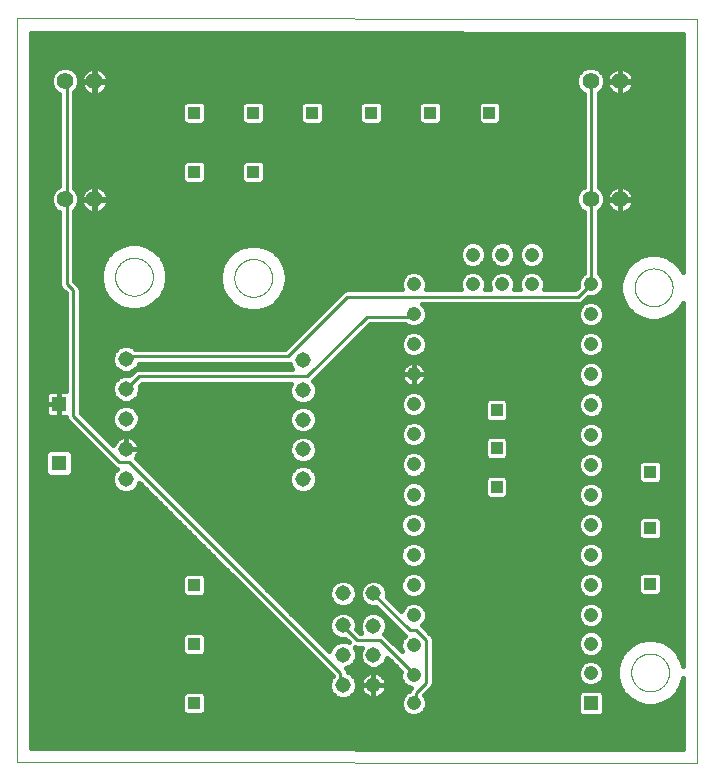
<source format=gtl>
G75*
%MOIN*%
%OFA0B0*%
%FSLAX25Y25*%
%IPPOS*%
%LPD*%
%AMOC8*
5,1,8,0,0,1.08239X$1,22.5*
%
%ADD10C,0.00000*%
%ADD11R,0.05150X0.05150*%
%ADD12R,0.04756X0.04756*%
%ADD13C,0.04756*%
%ADD14C,0.05150*%
%ADD15C,0.05543*%
%ADD16C,0.01000*%
%ADD17C,0.01600*%
%ADD18R,0.03962X0.03962*%
D10*
X0005737Y0005737D02*
X0005737Y0253769D01*
X0232509Y0253375D01*
X0232509Y0005343D01*
X0005737Y0005737D01*
X0038414Y0167548D02*
X0038416Y0167706D01*
X0038422Y0167864D01*
X0038432Y0168022D01*
X0038446Y0168180D01*
X0038464Y0168337D01*
X0038485Y0168494D01*
X0038511Y0168650D01*
X0038541Y0168806D01*
X0038574Y0168961D01*
X0038612Y0169114D01*
X0038653Y0169267D01*
X0038698Y0169419D01*
X0038747Y0169570D01*
X0038800Y0169719D01*
X0038856Y0169867D01*
X0038916Y0170013D01*
X0038980Y0170158D01*
X0039048Y0170301D01*
X0039119Y0170443D01*
X0039193Y0170583D01*
X0039271Y0170720D01*
X0039353Y0170856D01*
X0039437Y0170990D01*
X0039526Y0171121D01*
X0039617Y0171250D01*
X0039712Y0171377D01*
X0039809Y0171502D01*
X0039910Y0171624D01*
X0040014Y0171743D01*
X0040121Y0171860D01*
X0040231Y0171974D01*
X0040344Y0172085D01*
X0040459Y0172194D01*
X0040577Y0172299D01*
X0040698Y0172401D01*
X0040821Y0172501D01*
X0040947Y0172597D01*
X0041075Y0172690D01*
X0041205Y0172780D01*
X0041338Y0172866D01*
X0041473Y0172950D01*
X0041609Y0173029D01*
X0041748Y0173106D01*
X0041889Y0173178D01*
X0042031Y0173248D01*
X0042175Y0173313D01*
X0042321Y0173375D01*
X0042468Y0173433D01*
X0042617Y0173488D01*
X0042767Y0173539D01*
X0042918Y0173586D01*
X0043070Y0173629D01*
X0043223Y0173668D01*
X0043378Y0173704D01*
X0043533Y0173735D01*
X0043689Y0173763D01*
X0043845Y0173787D01*
X0044002Y0173807D01*
X0044160Y0173823D01*
X0044317Y0173835D01*
X0044476Y0173843D01*
X0044634Y0173847D01*
X0044792Y0173847D01*
X0044950Y0173843D01*
X0045109Y0173835D01*
X0045266Y0173823D01*
X0045424Y0173807D01*
X0045581Y0173787D01*
X0045737Y0173763D01*
X0045893Y0173735D01*
X0046048Y0173704D01*
X0046203Y0173668D01*
X0046356Y0173629D01*
X0046508Y0173586D01*
X0046659Y0173539D01*
X0046809Y0173488D01*
X0046958Y0173433D01*
X0047105Y0173375D01*
X0047251Y0173313D01*
X0047395Y0173248D01*
X0047537Y0173178D01*
X0047678Y0173106D01*
X0047817Y0173029D01*
X0047953Y0172950D01*
X0048088Y0172866D01*
X0048221Y0172780D01*
X0048351Y0172690D01*
X0048479Y0172597D01*
X0048605Y0172501D01*
X0048728Y0172401D01*
X0048849Y0172299D01*
X0048967Y0172194D01*
X0049082Y0172085D01*
X0049195Y0171974D01*
X0049305Y0171860D01*
X0049412Y0171743D01*
X0049516Y0171624D01*
X0049617Y0171502D01*
X0049714Y0171377D01*
X0049809Y0171250D01*
X0049900Y0171121D01*
X0049989Y0170990D01*
X0050073Y0170856D01*
X0050155Y0170720D01*
X0050233Y0170583D01*
X0050307Y0170443D01*
X0050378Y0170301D01*
X0050446Y0170158D01*
X0050510Y0170013D01*
X0050570Y0169867D01*
X0050626Y0169719D01*
X0050679Y0169570D01*
X0050728Y0169419D01*
X0050773Y0169267D01*
X0050814Y0169114D01*
X0050852Y0168961D01*
X0050885Y0168806D01*
X0050915Y0168650D01*
X0050941Y0168494D01*
X0050962Y0168337D01*
X0050980Y0168180D01*
X0050994Y0168022D01*
X0051004Y0167864D01*
X0051010Y0167706D01*
X0051012Y0167548D01*
X0051010Y0167390D01*
X0051004Y0167232D01*
X0050994Y0167074D01*
X0050980Y0166916D01*
X0050962Y0166759D01*
X0050941Y0166602D01*
X0050915Y0166446D01*
X0050885Y0166290D01*
X0050852Y0166135D01*
X0050814Y0165982D01*
X0050773Y0165829D01*
X0050728Y0165677D01*
X0050679Y0165526D01*
X0050626Y0165377D01*
X0050570Y0165229D01*
X0050510Y0165083D01*
X0050446Y0164938D01*
X0050378Y0164795D01*
X0050307Y0164653D01*
X0050233Y0164513D01*
X0050155Y0164376D01*
X0050073Y0164240D01*
X0049989Y0164106D01*
X0049900Y0163975D01*
X0049809Y0163846D01*
X0049714Y0163719D01*
X0049617Y0163594D01*
X0049516Y0163472D01*
X0049412Y0163353D01*
X0049305Y0163236D01*
X0049195Y0163122D01*
X0049082Y0163011D01*
X0048967Y0162902D01*
X0048849Y0162797D01*
X0048728Y0162695D01*
X0048605Y0162595D01*
X0048479Y0162499D01*
X0048351Y0162406D01*
X0048221Y0162316D01*
X0048088Y0162230D01*
X0047953Y0162146D01*
X0047817Y0162067D01*
X0047678Y0161990D01*
X0047537Y0161918D01*
X0047395Y0161848D01*
X0047251Y0161783D01*
X0047105Y0161721D01*
X0046958Y0161663D01*
X0046809Y0161608D01*
X0046659Y0161557D01*
X0046508Y0161510D01*
X0046356Y0161467D01*
X0046203Y0161428D01*
X0046048Y0161392D01*
X0045893Y0161361D01*
X0045737Y0161333D01*
X0045581Y0161309D01*
X0045424Y0161289D01*
X0045266Y0161273D01*
X0045109Y0161261D01*
X0044950Y0161253D01*
X0044792Y0161249D01*
X0044634Y0161249D01*
X0044476Y0161253D01*
X0044317Y0161261D01*
X0044160Y0161273D01*
X0044002Y0161289D01*
X0043845Y0161309D01*
X0043689Y0161333D01*
X0043533Y0161361D01*
X0043378Y0161392D01*
X0043223Y0161428D01*
X0043070Y0161467D01*
X0042918Y0161510D01*
X0042767Y0161557D01*
X0042617Y0161608D01*
X0042468Y0161663D01*
X0042321Y0161721D01*
X0042175Y0161783D01*
X0042031Y0161848D01*
X0041889Y0161918D01*
X0041748Y0161990D01*
X0041609Y0162067D01*
X0041473Y0162146D01*
X0041338Y0162230D01*
X0041205Y0162316D01*
X0041075Y0162406D01*
X0040947Y0162499D01*
X0040821Y0162595D01*
X0040698Y0162695D01*
X0040577Y0162797D01*
X0040459Y0162902D01*
X0040344Y0163011D01*
X0040231Y0163122D01*
X0040121Y0163236D01*
X0040014Y0163353D01*
X0039910Y0163472D01*
X0039809Y0163594D01*
X0039712Y0163719D01*
X0039617Y0163846D01*
X0039526Y0163975D01*
X0039437Y0164106D01*
X0039353Y0164240D01*
X0039271Y0164376D01*
X0039193Y0164513D01*
X0039119Y0164653D01*
X0039048Y0164795D01*
X0038980Y0164938D01*
X0038916Y0165083D01*
X0038856Y0165229D01*
X0038800Y0165377D01*
X0038747Y0165526D01*
X0038698Y0165677D01*
X0038653Y0165829D01*
X0038612Y0165982D01*
X0038574Y0166135D01*
X0038541Y0166290D01*
X0038511Y0166446D01*
X0038485Y0166602D01*
X0038464Y0166759D01*
X0038446Y0166916D01*
X0038432Y0167074D01*
X0038422Y0167232D01*
X0038416Y0167390D01*
X0038414Y0167548D01*
X0078178Y0167154D02*
X0078180Y0167312D01*
X0078186Y0167470D01*
X0078196Y0167628D01*
X0078210Y0167786D01*
X0078228Y0167943D01*
X0078249Y0168100D01*
X0078275Y0168256D01*
X0078305Y0168412D01*
X0078338Y0168567D01*
X0078376Y0168720D01*
X0078417Y0168873D01*
X0078462Y0169025D01*
X0078511Y0169176D01*
X0078564Y0169325D01*
X0078620Y0169473D01*
X0078680Y0169619D01*
X0078744Y0169764D01*
X0078812Y0169907D01*
X0078883Y0170049D01*
X0078957Y0170189D01*
X0079035Y0170326D01*
X0079117Y0170462D01*
X0079201Y0170596D01*
X0079290Y0170727D01*
X0079381Y0170856D01*
X0079476Y0170983D01*
X0079573Y0171108D01*
X0079674Y0171230D01*
X0079778Y0171349D01*
X0079885Y0171466D01*
X0079995Y0171580D01*
X0080108Y0171691D01*
X0080223Y0171800D01*
X0080341Y0171905D01*
X0080462Y0172007D01*
X0080585Y0172107D01*
X0080711Y0172203D01*
X0080839Y0172296D01*
X0080969Y0172386D01*
X0081102Y0172472D01*
X0081237Y0172556D01*
X0081373Y0172635D01*
X0081512Y0172712D01*
X0081653Y0172784D01*
X0081795Y0172854D01*
X0081939Y0172919D01*
X0082085Y0172981D01*
X0082232Y0173039D01*
X0082381Y0173094D01*
X0082531Y0173145D01*
X0082682Y0173192D01*
X0082834Y0173235D01*
X0082987Y0173274D01*
X0083142Y0173310D01*
X0083297Y0173341D01*
X0083453Y0173369D01*
X0083609Y0173393D01*
X0083766Y0173413D01*
X0083924Y0173429D01*
X0084081Y0173441D01*
X0084240Y0173449D01*
X0084398Y0173453D01*
X0084556Y0173453D01*
X0084714Y0173449D01*
X0084873Y0173441D01*
X0085030Y0173429D01*
X0085188Y0173413D01*
X0085345Y0173393D01*
X0085501Y0173369D01*
X0085657Y0173341D01*
X0085812Y0173310D01*
X0085967Y0173274D01*
X0086120Y0173235D01*
X0086272Y0173192D01*
X0086423Y0173145D01*
X0086573Y0173094D01*
X0086722Y0173039D01*
X0086869Y0172981D01*
X0087015Y0172919D01*
X0087159Y0172854D01*
X0087301Y0172784D01*
X0087442Y0172712D01*
X0087581Y0172635D01*
X0087717Y0172556D01*
X0087852Y0172472D01*
X0087985Y0172386D01*
X0088115Y0172296D01*
X0088243Y0172203D01*
X0088369Y0172107D01*
X0088492Y0172007D01*
X0088613Y0171905D01*
X0088731Y0171800D01*
X0088846Y0171691D01*
X0088959Y0171580D01*
X0089069Y0171466D01*
X0089176Y0171349D01*
X0089280Y0171230D01*
X0089381Y0171108D01*
X0089478Y0170983D01*
X0089573Y0170856D01*
X0089664Y0170727D01*
X0089753Y0170596D01*
X0089837Y0170462D01*
X0089919Y0170326D01*
X0089997Y0170189D01*
X0090071Y0170049D01*
X0090142Y0169907D01*
X0090210Y0169764D01*
X0090274Y0169619D01*
X0090334Y0169473D01*
X0090390Y0169325D01*
X0090443Y0169176D01*
X0090492Y0169025D01*
X0090537Y0168873D01*
X0090578Y0168720D01*
X0090616Y0168567D01*
X0090649Y0168412D01*
X0090679Y0168256D01*
X0090705Y0168100D01*
X0090726Y0167943D01*
X0090744Y0167786D01*
X0090758Y0167628D01*
X0090768Y0167470D01*
X0090774Y0167312D01*
X0090776Y0167154D01*
X0090774Y0166996D01*
X0090768Y0166838D01*
X0090758Y0166680D01*
X0090744Y0166522D01*
X0090726Y0166365D01*
X0090705Y0166208D01*
X0090679Y0166052D01*
X0090649Y0165896D01*
X0090616Y0165741D01*
X0090578Y0165588D01*
X0090537Y0165435D01*
X0090492Y0165283D01*
X0090443Y0165132D01*
X0090390Y0164983D01*
X0090334Y0164835D01*
X0090274Y0164689D01*
X0090210Y0164544D01*
X0090142Y0164401D01*
X0090071Y0164259D01*
X0089997Y0164119D01*
X0089919Y0163982D01*
X0089837Y0163846D01*
X0089753Y0163712D01*
X0089664Y0163581D01*
X0089573Y0163452D01*
X0089478Y0163325D01*
X0089381Y0163200D01*
X0089280Y0163078D01*
X0089176Y0162959D01*
X0089069Y0162842D01*
X0088959Y0162728D01*
X0088846Y0162617D01*
X0088731Y0162508D01*
X0088613Y0162403D01*
X0088492Y0162301D01*
X0088369Y0162201D01*
X0088243Y0162105D01*
X0088115Y0162012D01*
X0087985Y0161922D01*
X0087852Y0161836D01*
X0087717Y0161752D01*
X0087581Y0161673D01*
X0087442Y0161596D01*
X0087301Y0161524D01*
X0087159Y0161454D01*
X0087015Y0161389D01*
X0086869Y0161327D01*
X0086722Y0161269D01*
X0086573Y0161214D01*
X0086423Y0161163D01*
X0086272Y0161116D01*
X0086120Y0161073D01*
X0085967Y0161034D01*
X0085812Y0160998D01*
X0085657Y0160967D01*
X0085501Y0160939D01*
X0085345Y0160915D01*
X0085188Y0160895D01*
X0085030Y0160879D01*
X0084873Y0160867D01*
X0084714Y0160859D01*
X0084556Y0160855D01*
X0084398Y0160855D01*
X0084240Y0160859D01*
X0084081Y0160867D01*
X0083924Y0160879D01*
X0083766Y0160895D01*
X0083609Y0160915D01*
X0083453Y0160939D01*
X0083297Y0160967D01*
X0083142Y0160998D01*
X0082987Y0161034D01*
X0082834Y0161073D01*
X0082682Y0161116D01*
X0082531Y0161163D01*
X0082381Y0161214D01*
X0082232Y0161269D01*
X0082085Y0161327D01*
X0081939Y0161389D01*
X0081795Y0161454D01*
X0081653Y0161524D01*
X0081512Y0161596D01*
X0081373Y0161673D01*
X0081237Y0161752D01*
X0081102Y0161836D01*
X0080969Y0161922D01*
X0080839Y0162012D01*
X0080711Y0162105D01*
X0080585Y0162201D01*
X0080462Y0162301D01*
X0080341Y0162403D01*
X0080223Y0162508D01*
X0080108Y0162617D01*
X0079995Y0162728D01*
X0079885Y0162842D01*
X0079778Y0162959D01*
X0079674Y0163078D01*
X0079573Y0163200D01*
X0079476Y0163325D01*
X0079381Y0163452D01*
X0079290Y0163581D01*
X0079201Y0163712D01*
X0079117Y0163846D01*
X0079035Y0163982D01*
X0078957Y0164119D01*
X0078883Y0164259D01*
X0078812Y0164401D01*
X0078744Y0164544D01*
X0078680Y0164689D01*
X0078620Y0164835D01*
X0078564Y0164983D01*
X0078511Y0165132D01*
X0078462Y0165283D01*
X0078417Y0165435D01*
X0078376Y0165588D01*
X0078338Y0165741D01*
X0078305Y0165896D01*
X0078275Y0166052D01*
X0078249Y0166208D01*
X0078228Y0166365D01*
X0078210Y0166522D01*
X0078196Y0166680D01*
X0078186Y0166838D01*
X0078180Y0166996D01*
X0078178Y0167154D01*
X0211643Y0164005D02*
X0211645Y0164163D01*
X0211651Y0164321D01*
X0211661Y0164479D01*
X0211675Y0164637D01*
X0211693Y0164794D01*
X0211714Y0164951D01*
X0211740Y0165107D01*
X0211770Y0165263D01*
X0211803Y0165418D01*
X0211841Y0165571D01*
X0211882Y0165724D01*
X0211927Y0165876D01*
X0211976Y0166027D01*
X0212029Y0166176D01*
X0212085Y0166324D01*
X0212145Y0166470D01*
X0212209Y0166615D01*
X0212277Y0166758D01*
X0212348Y0166900D01*
X0212422Y0167040D01*
X0212500Y0167177D01*
X0212582Y0167313D01*
X0212666Y0167447D01*
X0212755Y0167578D01*
X0212846Y0167707D01*
X0212941Y0167834D01*
X0213038Y0167959D01*
X0213139Y0168081D01*
X0213243Y0168200D01*
X0213350Y0168317D01*
X0213460Y0168431D01*
X0213573Y0168542D01*
X0213688Y0168651D01*
X0213806Y0168756D01*
X0213927Y0168858D01*
X0214050Y0168958D01*
X0214176Y0169054D01*
X0214304Y0169147D01*
X0214434Y0169237D01*
X0214567Y0169323D01*
X0214702Y0169407D01*
X0214838Y0169486D01*
X0214977Y0169563D01*
X0215118Y0169635D01*
X0215260Y0169705D01*
X0215404Y0169770D01*
X0215550Y0169832D01*
X0215697Y0169890D01*
X0215846Y0169945D01*
X0215996Y0169996D01*
X0216147Y0170043D01*
X0216299Y0170086D01*
X0216452Y0170125D01*
X0216607Y0170161D01*
X0216762Y0170192D01*
X0216918Y0170220D01*
X0217074Y0170244D01*
X0217231Y0170264D01*
X0217389Y0170280D01*
X0217546Y0170292D01*
X0217705Y0170300D01*
X0217863Y0170304D01*
X0218021Y0170304D01*
X0218179Y0170300D01*
X0218338Y0170292D01*
X0218495Y0170280D01*
X0218653Y0170264D01*
X0218810Y0170244D01*
X0218966Y0170220D01*
X0219122Y0170192D01*
X0219277Y0170161D01*
X0219432Y0170125D01*
X0219585Y0170086D01*
X0219737Y0170043D01*
X0219888Y0169996D01*
X0220038Y0169945D01*
X0220187Y0169890D01*
X0220334Y0169832D01*
X0220480Y0169770D01*
X0220624Y0169705D01*
X0220766Y0169635D01*
X0220907Y0169563D01*
X0221046Y0169486D01*
X0221182Y0169407D01*
X0221317Y0169323D01*
X0221450Y0169237D01*
X0221580Y0169147D01*
X0221708Y0169054D01*
X0221834Y0168958D01*
X0221957Y0168858D01*
X0222078Y0168756D01*
X0222196Y0168651D01*
X0222311Y0168542D01*
X0222424Y0168431D01*
X0222534Y0168317D01*
X0222641Y0168200D01*
X0222745Y0168081D01*
X0222846Y0167959D01*
X0222943Y0167834D01*
X0223038Y0167707D01*
X0223129Y0167578D01*
X0223218Y0167447D01*
X0223302Y0167313D01*
X0223384Y0167177D01*
X0223462Y0167040D01*
X0223536Y0166900D01*
X0223607Y0166758D01*
X0223675Y0166615D01*
X0223739Y0166470D01*
X0223799Y0166324D01*
X0223855Y0166176D01*
X0223908Y0166027D01*
X0223957Y0165876D01*
X0224002Y0165724D01*
X0224043Y0165571D01*
X0224081Y0165418D01*
X0224114Y0165263D01*
X0224144Y0165107D01*
X0224170Y0164951D01*
X0224191Y0164794D01*
X0224209Y0164637D01*
X0224223Y0164479D01*
X0224233Y0164321D01*
X0224239Y0164163D01*
X0224241Y0164005D01*
X0224239Y0163847D01*
X0224233Y0163689D01*
X0224223Y0163531D01*
X0224209Y0163373D01*
X0224191Y0163216D01*
X0224170Y0163059D01*
X0224144Y0162903D01*
X0224114Y0162747D01*
X0224081Y0162592D01*
X0224043Y0162439D01*
X0224002Y0162286D01*
X0223957Y0162134D01*
X0223908Y0161983D01*
X0223855Y0161834D01*
X0223799Y0161686D01*
X0223739Y0161540D01*
X0223675Y0161395D01*
X0223607Y0161252D01*
X0223536Y0161110D01*
X0223462Y0160970D01*
X0223384Y0160833D01*
X0223302Y0160697D01*
X0223218Y0160563D01*
X0223129Y0160432D01*
X0223038Y0160303D01*
X0222943Y0160176D01*
X0222846Y0160051D01*
X0222745Y0159929D01*
X0222641Y0159810D01*
X0222534Y0159693D01*
X0222424Y0159579D01*
X0222311Y0159468D01*
X0222196Y0159359D01*
X0222078Y0159254D01*
X0221957Y0159152D01*
X0221834Y0159052D01*
X0221708Y0158956D01*
X0221580Y0158863D01*
X0221450Y0158773D01*
X0221317Y0158687D01*
X0221182Y0158603D01*
X0221046Y0158524D01*
X0220907Y0158447D01*
X0220766Y0158375D01*
X0220624Y0158305D01*
X0220480Y0158240D01*
X0220334Y0158178D01*
X0220187Y0158120D01*
X0220038Y0158065D01*
X0219888Y0158014D01*
X0219737Y0157967D01*
X0219585Y0157924D01*
X0219432Y0157885D01*
X0219277Y0157849D01*
X0219122Y0157818D01*
X0218966Y0157790D01*
X0218810Y0157766D01*
X0218653Y0157746D01*
X0218495Y0157730D01*
X0218338Y0157718D01*
X0218179Y0157710D01*
X0218021Y0157706D01*
X0217863Y0157706D01*
X0217705Y0157710D01*
X0217546Y0157718D01*
X0217389Y0157730D01*
X0217231Y0157746D01*
X0217074Y0157766D01*
X0216918Y0157790D01*
X0216762Y0157818D01*
X0216607Y0157849D01*
X0216452Y0157885D01*
X0216299Y0157924D01*
X0216147Y0157967D01*
X0215996Y0158014D01*
X0215846Y0158065D01*
X0215697Y0158120D01*
X0215550Y0158178D01*
X0215404Y0158240D01*
X0215260Y0158305D01*
X0215118Y0158375D01*
X0214977Y0158447D01*
X0214838Y0158524D01*
X0214702Y0158603D01*
X0214567Y0158687D01*
X0214434Y0158773D01*
X0214304Y0158863D01*
X0214176Y0158956D01*
X0214050Y0159052D01*
X0213927Y0159152D01*
X0213806Y0159254D01*
X0213688Y0159359D01*
X0213573Y0159468D01*
X0213460Y0159579D01*
X0213350Y0159693D01*
X0213243Y0159810D01*
X0213139Y0159929D01*
X0213038Y0160051D01*
X0212941Y0160176D01*
X0212846Y0160303D01*
X0212755Y0160432D01*
X0212666Y0160563D01*
X0212582Y0160697D01*
X0212500Y0160833D01*
X0212422Y0160970D01*
X0212348Y0161110D01*
X0212277Y0161252D01*
X0212209Y0161395D01*
X0212145Y0161540D01*
X0212085Y0161686D01*
X0212029Y0161834D01*
X0211976Y0161983D01*
X0211927Y0162134D01*
X0211882Y0162286D01*
X0211841Y0162439D01*
X0211803Y0162592D01*
X0211770Y0162747D01*
X0211740Y0162903D01*
X0211714Y0163059D01*
X0211693Y0163216D01*
X0211675Y0163373D01*
X0211661Y0163531D01*
X0211651Y0163689D01*
X0211645Y0163847D01*
X0211643Y0164005D01*
X0210462Y0035658D02*
X0210464Y0035816D01*
X0210470Y0035974D01*
X0210480Y0036132D01*
X0210494Y0036290D01*
X0210512Y0036447D01*
X0210533Y0036604D01*
X0210559Y0036760D01*
X0210589Y0036916D01*
X0210622Y0037071D01*
X0210660Y0037224D01*
X0210701Y0037377D01*
X0210746Y0037529D01*
X0210795Y0037680D01*
X0210848Y0037829D01*
X0210904Y0037977D01*
X0210964Y0038123D01*
X0211028Y0038268D01*
X0211096Y0038411D01*
X0211167Y0038553D01*
X0211241Y0038693D01*
X0211319Y0038830D01*
X0211401Y0038966D01*
X0211485Y0039100D01*
X0211574Y0039231D01*
X0211665Y0039360D01*
X0211760Y0039487D01*
X0211857Y0039612D01*
X0211958Y0039734D01*
X0212062Y0039853D01*
X0212169Y0039970D01*
X0212279Y0040084D01*
X0212392Y0040195D01*
X0212507Y0040304D01*
X0212625Y0040409D01*
X0212746Y0040511D01*
X0212869Y0040611D01*
X0212995Y0040707D01*
X0213123Y0040800D01*
X0213253Y0040890D01*
X0213386Y0040976D01*
X0213521Y0041060D01*
X0213657Y0041139D01*
X0213796Y0041216D01*
X0213937Y0041288D01*
X0214079Y0041358D01*
X0214223Y0041423D01*
X0214369Y0041485D01*
X0214516Y0041543D01*
X0214665Y0041598D01*
X0214815Y0041649D01*
X0214966Y0041696D01*
X0215118Y0041739D01*
X0215271Y0041778D01*
X0215426Y0041814D01*
X0215581Y0041845D01*
X0215737Y0041873D01*
X0215893Y0041897D01*
X0216050Y0041917D01*
X0216208Y0041933D01*
X0216365Y0041945D01*
X0216524Y0041953D01*
X0216682Y0041957D01*
X0216840Y0041957D01*
X0216998Y0041953D01*
X0217157Y0041945D01*
X0217314Y0041933D01*
X0217472Y0041917D01*
X0217629Y0041897D01*
X0217785Y0041873D01*
X0217941Y0041845D01*
X0218096Y0041814D01*
X0218251Y0041778D01*
X0218404Y0041739D01*
X0218556Y0041696D01*
X0218707Y0041649D01*
X0218857Y0041598D01*
X0219006Y0041543D01*
X0219153Y0041485D01*
X0219299Y0041423D01*
X0219443Y0041358D01*
X0219585Y0041288D01*
X0219726Y0041216D01*
X0219865Y0041139D01*
X0220001Y0041060D01*
X0220136Y0040976D01*
X0220269Y0040890D01*
X0220399Y0040800D01*
X0220527Y0040707D01*
X0220653Y0040611D01*
X0220776Y0040511D01*
X0220897Y0040409D01*
X0221015Y0040304D01*
X0221130Y0040195D01*
X0221243Y0040084D01*
X0221353Y0039970D01*
X0221460Y0039853D01*
X0221564Y0039734D01*
X0221665Y0039612D01*
X0221762Y0039487D01*
X0221857Y0039360D01*
X0221948Y0039231D01*
X0222037Y0039100D01*
X0222121Y0038966D01*
X0222203Y0038830D01*
X0222281Y0038693D01*
X0222355Y0038553D01*
X0222426Y0038411D01*
X0222494Y0038268D01*
X0222558Y0038123D01*
X0222618Y0037977D01*
X0222674Y0037829D01*
X0222727Y0037680D01*
X0222776Y0037529D01*
X0222821Y0037377D01*
X0222862Y0037224D01*
X0222900Y0037071D01*
X0222933Y0036916D01*
X0222963Y0036760D01*
X0222989Y0036604D01*
X0223010Y0036447D01*
X0223028Y0036290D01*
X0223042Y0036132D01*
X0223052Y0035974D01*
X0223058Y0035816D01*
X0223060Y0035658D01*
X0223058Y0035500D01*
X0223052Y0035342D01*
X0223042Y0035184D01*
X0223028Y0035026D01*
X0223010Y0034869D01*
X0222989Y0034712D01*
X0222963Y0034556D01*
X0222933Y0034400D01*
X0222900Y0034245D01*
X0222862Y0034092D01*
X0222821Y0033939D01*
X0222776Y0033787D01*
X0222727Y0033636D01*
X0222674Y0033487D01*
X0222618Y0033339D01*
X0222558Y0033193D01*
X0222494Y0033048D01*
X0222426Y0032905D01*
X0222355Y0032763D01*
X0222281Y0032623D01*
X0222203Y0032486D01*
X0222121Y0032350D01*
X0222037Y0032216D01*
X0221948Y0032085D01*
X0221857Y0031956D01*
X0221762Y0031829D01*
X0221665Y0031704D01*
X0221564Y0031582D01*
X0221460Y0031463D01*
X0221353Y0031346D01*
X0221243Y0031232D01*
X0221130Y0031121D01*
X0221015Y0031012D01*
X0220897Y0030907D01*
X0220776Y0030805D01*
X0220653Y0030705D01*
X0220527Y0030609D01*
X0220399Y0030516D01*
X0220269Y0030426D01*
X0220136Y0030340D01*
X0220001Y0030256D01*
X0219865Y0030177D01*
X0219726Y0030100D01*
X0219585Y0030028D01*
X0219443Y0029958D01*
X0219299Y0029893D01*
X0219153Y0029831D01*
X0219006Y0029773D01*
X0218857Y0029718D01*
X0218707Y0029667D01*
X0218556Y0029620D01*
X0218404Y0029577D01*
X0218251Y0029538D01*
X0218096Y0029502D01*
X0217941Y0029471D01*
X0217785Y0029443D01*
X0217629Y0029419D01*
X0217472Y0029399D01*
X0217314Y0029383D01*
X0217157Y0029371D01*
X0216998Y0029363D01*
X0216840Y0029359D01*
X0216682Y0029359D01*
X0216524Y0029363D01*
X0216365Y0029371D01*
X0216208Y0029383D01*
X0216050Y0029399D01*
X0215893Y0029419D01*
X0215737Y0029443D01*
X0215581Y0029471D01*
X0215426Y0029502D01*
X0215271Y0029538D01*
X0215118Y0029577D01*
X0214966Y0029620D01*
X0214815Y0029667D01*
X0214665Y0029718D01*
X0214516Y0029773D01*
X0214369Y0029831D01*
X0214223Y0029893D01*
X0214079Y0029958D01*
X0213937Y0030028D01*
X0213796Y0030100D01*
X0213657Y0030177D01*
X0213521Y0030256D01*
X0213386Y0030340D01*
X0213253Y0030426D01*
X0213123Y0030516D01*
X0212995Y0030609D01*
X0212869Y0030705D01*
X0212746Y0030805D01*
X0212625Y0030907D01*
X0212507Y0031012D01*
X0212392Y0031121D01*
X0212279Y0031232D01*
X0212169Y0031346D01*
X0212062Y0031463D01*
X0211958Y0031582D01*
X0211857Y0031704D01*
X0211760Y0031829D01*
X0211665Y0031956D01*
X0211574Y0032085D01*
X0211485Y0032216D01*
X0211401Y0032350D01*
X0211319Y0032486D01*
X0211241Y0032623D01*
X0211167Y0032763D01*
X0211096Y0032905D01*
X0211028Y0033048D01*
X0210964Y0033193D01*
X0210904Y0033339D01*
X0210848Y0033487D01*
X0210795Y0033636D01*
X0210746Y0033787D01*
X0210701Y0033939D01*
X0210660Y0034092D01*
X0210622Y0034245D01*
X0210589Y0034400D01*
X0210559Y0034556D01*
X0210533Y0034712D01*
X0210512Y0034869D01*
X0210494Y0035026D01*
X0210480Y0035184D01*
X0210470Y0035342D01*
X0210464Y0035500D01*
X0210462Y0035658D01*
D11*
X0019713Y0105422D03*
X0019713Y0125107D03*
D12*
X0197036Y0025343D03*
D13*
X0196997Y0035383D03*
X0197036Y0045265D03*
X0197036Y0054871D03*
X0197036Y0064871D03*
X0197036Y0074831D03*
X0197076Y0084871D03*
X0197036Y0094871D03*
X0197076Y0104871D03*
X0197076Y0114910D03*
X0197115Y0124950D03*
X0197036Y0134989D03*
X0196997Y0145028D03*
X0197036Y0155068D03*
X0197036Y0165107D03*
X0177351Y0165107D03*
X0167509Y0165107D03*
X0167509Y0174950D03*
X0177351Y0174950D03*
X0157666Y0174950D03*
X0157666Y0165107D03*
X0137981Y0165068D03*
X0137942Y0155068D03*
X0137981Y0145068D03*
X0137981Y0135068D03*
X0137981Y0125068D03*
X0137981Y0115028D03*
X0137981Y0104989D03*
X0137981Y0094950D03*
X0137942Y0084910D03*
X0137942Y0074831D03*
X0137942Y0064792D03*
X0137981Y0054792D03*
X0137902Y0044713D03*
X0137942Y0034753D03*
X0137981Y0025343D03*
D14*
X0124556Y0031406D03*
X0124556Y0041524D03*
X0124477Y0051288D03*
X0114359Y0051328D03*
X0114359Y0041524D03*
X0114398Y0031446D03*
X0114398Y0062036D03*
X0124517Y0062036D03*
X0101091Y0100107D03*
X0101091Y0109989D03*
X0101052Y0119950D03*
X0101052Y0129831D03*
X0101052Y0139792D03*
X0042036Y0140186D03*
X0042076Y0130186D03*
X0041997Y0120186D03*
X0042036Y0110146D03*
X0042036Y0100107D03*
D15*
X0031564Y0193335D03*
X0021721Y0193335D03*
X0021721Y0232706D03*
X0031564Y0232706D03*
X0196918Y0232706D03*
X0206761Y0232706D03*
X0206761Y0193335D03*
X0196918Y0193335D03*
D16*
X0197137Y0193837D01*
X0197137Y0232337D01*
X0196918Y0232706D01*
X0206761Y0232706D02*
X0207037Y0232337D01*
X0207037Y0193837D01*
X0206761Y0193335D01*
X0197137Y0192737D02*
X0196918Y0193335D01*
X0197137Y0192737D02*
X0197137Y0165237D01*
X0197036Y0165107D01*
X0196037Y0164137D01*
X0192737Y0160837D01*
X0115737Y0160837D01*
X0095937Y0141037D01*
X0042037Y0141037D01*
X0042036Y0140186D01*
X0046437Y0134437D02*
X0043137Y0131137D01*
X0042076Y0130186D01*
X0046437Y0134437D02*
X0102537Y0134437D01*
X0122337Y0154237D01*
X0137737Y0154237D01*
X0137942Y0155068D01*
X0124517Y0062036D02*
X0124537Y0061837D01*
X0136637Y0049737D01*
X0138837Y0049737D01*
X0142137Y0046437D01*
X0142137Y0032137D01*
X0138837Y0028837D01*
X0138837Y0025537D01*
X0137981Y0025343D01*
X0137942Y0034753D02*
X0137737Y0035437D01*
X0126737Y0046437D01*
X0119037Y0046437D01*
X0114637Y0050837D01*
X0114359Y0051328D01*
X0113537Y0035437D02*
X0043137Y0105837D01*
X0039837Y0105837D01*
X0024437Y0121237D01*
X0024437Y0163037D01*
X0022237Y0165237D01*
X0022237Y0192737D01*
X0021721Y0193335D01*
X0022237Y0193837D01*
X0022237Y0232337D01*
X0021721Y0232706D01*
X0031037Y0232337D02*
X0031564Y0232706D01*
X0031037Y0232337D02*
X0031037Y0193837D01*
X0031564Y0193335D01*
X0113537Y0035437D02*
X0113537Y0032137D01*
X0114398Y0031446D01*
D17*
X0116037Y0035719D02*
X0116037Y0035934D01*
X0115656Y0036853D01*
X0115475Y0037035D01*
X0116950Y0037646D01*
X0118237Y0038933D01*
X0118934Y0040614D01*
X0118934Y0042434D01*
X0118264Y0044051D01*
X0118540Y0043937D01*
X0120604Y0043937D01*
X0119981Y0042434D01*
X0119981Y0040614D01*
X0120678Y0038933D01*
X0121964Y0037646D01*
X0123646Y0036950D01*
X0125466Y0036950D01*
X0127147Y0037646D01*
X0128434Y0038933D01*
X0129099Y0040539D01*
X0133696Y0035943D01*
X0133564Y0035624D01*
X0133564Y0033882D01*
X0134230Y0032273D01*
X0135462Y0031041D01*
X0136907Y0030443D01*
X0136718Y0030253D01*
X0136370Y0029415D01*
X0135501Y0029055D01*
X0134270Y0027823D01*
X0133603Y0026214D01*
X0133603Y0024472D01*
X0134270Y0022863D01*
X0135501Y0021632D01*
X0137110Y0020965D01*
X0138852Y0020965D01*
X0140461Y0021632D01*
X0141693Y0022863D01*
X0142359Y0024472D01*
X0142359Y0026214D01*
X0141693Y0027823D01*
X0141526Y0027990D01*
X0143553Y0030018D01*
X0144256Y0030721D01*
X0144637Y0031640D01*
X0144637Y0046934D01*
X0144256Y0047853D01*
X0140956Y0051153D01*
X0140745Y0051365D01*
X0141693Y0052312D01*
X0142359Y0053921D01*
X0142359Y0055663D01*
X0141693Y0057272D01*
X0140461Y0058504D01*
X0138852Y0059170D01*
X0137110Y0059170D01*
X0135501Y0058504D01*
X0134270Y0057272D01*
X0133792Y0056118D01*
X0129001Y0060908D01*
X0129091Y0061126D01*
X0129091Y0062946D01*
X0128395Y0064628D01*
X0127108Y0065915D01*
X0125427Y0066611D01*
X0123607Y0066611D01*
X0121925Y0065915D01*
X0120638Y0064628D01*
X0119942Y0062946D01*
X0119942Y0061126D01*
X0120638Y0059445D01*
X0121925Y0058158D01*
X0123607Y0057461D01*
X0125377Y0057461D01*
X0134918Y0047920D01*
X0134191Y0047193D01*
X0133524Y0045584D01*
X0133524Y0043843D01*
X0133989Y0042720D01*
X0128856Y0047853D01*
X0128184Y0048525D01*
X0128355Y0048697D01*
X0129052Y0050378D01*
X0129052Y0052198D01*
X0128355Y0053880D01*
X0127069Y0055167D01*
X0125387Y0055863D01*
X0123567Y0055863D01*
X0121886Y0055167D01*
X0120599Y0053880D01*
X0119902Y0052198D01*
X0119902Y0050378D01*
X0120499Y0048937D01*
X0120073Y0048937D01*
X0118834Y0050176D01*
X0118934Y0050418D01*
X0118934Y0052238D01*
X0118237Y0053919D01*
X0116950Y0055206D01*
X0115269Y0055902D01*
X0113449Y0055902D01*
X0111768Y0055206D01*
X0110481Y0053919D01*
X0109784Y0052238D01*
X0109784Y0050418D01*
X0110481Y0048736D01*
X0111768Y0047449D01*
X0113449Y0046753D01*
X0115186Y0046753D01*
X0116243Y0045696D01*
X0115269Y0046099D01*
X0113449Y0046099D01*
X0111768Y0045403D01*
X0110481Y0044116D01*
X0109869Y0042640D01*
X0045293Y0107216D01*
X0045373Y0107296D01*
X0045778Y0107854D01*
X0046091Y0108467D01*
X0046303Y0109122D01*
X0046411Y0109802D01*
X0046411Y0110146D01*
X0042036Y0110146D01*
X0042036Y0110147D01*
X0042036Y0114521D01*
X0041692Y0114521D01*
X0041012Y0114414D01*
X0040357Y0114201D01*
X0039743Y0113888D01*
X0039186Y0113483D01*
X0038699Y0112996D01*
X0038295Y0112439D01*
X0037982Y0111826D01*
X0037835Y0111374D01*
X0026937Y0122273D01*
X0026937Y0163534D01*
X0026556Y0164453D01*
X0024737Y0166273D01*
X0024737Y0189603D01*
X0025766Y0190633D01*
X0026493Y0192386D01*
X0026493Y0194285D01*
X0025766Y0196038D01*
X0024737Y0197068D01*
X0024737Y0228973D01*
X0025766Y0230003D01*
X0026493Y0231756D01*
X0026493Y0233655D01*
X0025766Y0235408D01*
X0024424Y0236751D01*
X0022670Y0237477D01*
X0020772Y0237477D01*
X0019018Y0236751D01*
X0017676Y0235408D01*
X0016950Y0233655D01*
X0016950Y0231756D01*
X0017676Y0230003D01*
X0019018Y0228660D01*
X0019737Y0228363D01*
X0019737Y0197678D01*
X0019018Y0197381D01*
X0017676Y0196038D01*
X0016950Y0194285D01*
X0016950Y0192386D01*
X0017676Y0190633D01*
X0019018Y0189290D01*
X0019737Y0188993D01*
X0019737Y0164740D01*
X0020118Y0163821D01*
X0020821Y0163118D01*
X0021937Y0162001D01*
X0021937Y0129482D01*
X0019713Y0129482D01*
X0016902Y0129482D01*
X0016444Y0129359D01*
X0016033Y0129122D01*
X0015698Y0128787D01*
X0015461Y0128377D01*
X0015339Y0127919D01*
X0015339Y0125107D01*
X0015339Y0122295D01*
X0015461Y0121837D01*
X0015698Y0121427D01*
X0016033Y0121092D01*
X0016444Y0120855D01*
X0016902Y0120732D01*
X0019713Y0120732D01*
X0019713Y0125107D01*
X0015339Y0125107D01*
X0019713Y0125107D01*
X0019713Y0125107D01*
X0019713Y0125107D01*
X0019713Y0129482D01*
X0019713Y0125107D01*
X0019713Y0125107D01*
X0019713Y0120732D01*
X0021940Y0120732D01*
X0022318Y0119821D01*
X0023021Y0119118D01*
X0038421Y0103718D01*
X0038956Y0103496D01*
X0038158Y0102698D01*
X0037461Y0101017D01*
X0037461Y0099197D01*
X0038158Y0097516D01*
X0039445Y0096229D01*
X0041126Y0095532D01*
X0042946Y0095532D01*
X0044628Y0096229D01*
X0045915Y0097516D01*
X0046503Y0098936D01*
X0110961Y0034478D01*
X0110520Y0034037D01*
X0109824Y0032356D01*
X0109824Y0030536D01*
X0110520Y0028854D01*
X0111807Y0027567D01*
X0113488Y0026871D01*
X0115308Y0026871D01*
X0116990Y0027567D01*
X0118277Y0028854D01*
X0118973Y0030536D01*
X0118973Y0032356D01*
X0118277Y0034037D01*
X0116990Y0035324D01*
X0116037Y0035719D01*
X0115965Y0036109D02*
X0133530Y0036109D01*
X0133564Y0034510D02*
X0127639Y0034510D01*
X0127406Y0034743D02*
X0126849Y0035148D01*
X0126235Y0035461D01*
X0125580Y0035673D01*
X0124900Y0035781D01*
X0124556Y0035781D01*
X0124556Y0031406D01*
X0124556Y0027031D01*
X0124900Y0027031D01*
X0125580Y0027139D01*
X0126235Y0027352D01*
X0126849Y0027665D01*
X0127406Y0028069D01*
X0127893Y0028556D01*
X0128298Y0029113D01*
X0128610Y0029727D01*
X0128823Y0030382D01*
X0128931Y0031062D01*
X0128931Y0031406D01*
X0124556Y0031406D01*
X0124556Y0031406D01*
X0124556Y0031406D01*
X0124556Y0027031D01*
X0124212Y0027031D01*
X0123531Y0027139D01*
X0122877Y0027352D01*
X0122263Y0027665D01*
X0121706Y0028069D01*
X0121219Y0028556D01*
X0120814Y0029113D01*
X0120502Y0029727D01*
X0120289Y0030382D01*
X0120181Y0031062D01*
X0120181Y0031406D01*
X0124556Y0031406D01*
X0124556Y0031406D01*
X0128931Y0031406D01*
X0128931Y0031751D01*
X0128823Y0032431D01*
X0128610Y0033086D01*
X0128298Y0033699D01*
X0127893Y0034256D01*
X0127406Y0034743D01*
X0128667Y0032912D02*
X0133966Y0032912D01*
X0135190Y0031313D02*
X0128931Y0031313D01*
X0128604Y0029715D02*
X0136495Y0029715D01*
X0134563Y0028116D02*
X0127453Y0028116D01*
X0124556Y0028116D02*
X0124556Y0028116D01*
X0124556Y0029715D02*
X0124556Y0029715D01*
X0124556Y0031313D02*
X0124556Y0031313D01*
X0124556Y0031406D02*
X0120181Y0031406D01*
X0120181Y0031751D01*
X0120289Y0032431D01*
X0120502Y0033086D01*
X0120814Y0033699D01*
X0121219Y0034256D01*
X0121706Y0034743D01*
X0122263Y0035148D01*
X0122877Y0035461D01*
X0123531Y0035673D01*
X0124212Y0035781D01*
X0124556Y0035781D01*
X0124556Y0031406D01*
X0124556Y0031406D01*
X0124556Y0032912D02*
X0124556Y0032912D01*
X0124556Y0034510D02*
X0124556Y0034510D01*
X0121473Y0034510D02*
X0117804Y0034510D01*
X0118743Y0032912D02*
X0120445Y0032912D01*
X0120181Y0031313D02*
X0118973Y0031313D01*
X0118633Y0029715D02*
X0120508Y0029715D01*
X0121659Y0028116D02*
X0117539Y0028116D01*
X0111258Y0028116D02*
X0068773Y0028116D01*
X0068773Y0028232D02*
X0067602Y0029403D01*
X0061983Y0029403D01*
X0060811Y0028232D01*
X0060811Y0022613D01*
X0061983Y0021441D01*
X0067602Y0021441D01*
X0068773Y0022613D01*
X0068773Y0028232D01*
X0068773Y0026518D02*
X0133729Y0026518D01*
X0133603Y0024919D02*
X0068773Y0024919D01*
X0068773Y0023321D02*
X0134080Y0023321D01*
X0135411Y0021722D02*
X0067883Y0021722D01*
X0061701Y0021722D02*
X0010537Y0021722D01*
X0010537Y0020124D02*
X0227709Y0020124D01*
X0227709Y0021722D02*
X0200999Y0021722D01*
X0201414Y0022137D02*
X0201414Y0028550D01*
X0200243Y0029721D01*
X0193830Y0029721D01*
X0192658Y0028550D01*
X0192658Y0022137D01*
X0193830Y0020965D01*
X0200243Y0020965D01*
X0201414Y0022137D01*
X0201414Y0023321D02*
X0227709Y0023321D01*
X0227709Y0024919D02*
X0219566Y0024919D01*
X0218222Y0024559D02*
X0221045Y0025315D01*
X0223576Y0026777D01*
X0225642Y0028843D01*
X0227103Y0031374D01*
X0227709Y0033633D01*
X0227709Y0010152D01*
X0010537Y0010529D01*
X0010537Y0248960D01*
X0227709Y0248583D01*
X0227709Y0169286D01*
X0226823Y0170820D01*
X0224757Y0172886D01*
X0222226Y0174348D01*
X0219403Y0175104D01*
X0216480Y0175104D01*
X0213658Y0174348D01*
X0211127Y0172886D01*
X0209060Y0170820D01*
X0207599Y0168289D01*
X0206843Y0165466D01*
X0206843Y0162543D01*
X0207599Y0159721D01*
X0209060Y0157190D01*
X0211127Y0155123D01*
X0213658Y0153662D01*
X0216480Y0152906D01*
X0219403Y0152906D01*
X0222226Y0153662D01*
X0224757Y0155123D01*
X0226823Y0157190D01*
X0227709Y0158723D01*
X0227709Y0037684D01*
X0227103Y0039942D01*
X0225642Y0042473D01*
X0223576Y0044540D01*
X0221045Y0046001D01*
X0218222Y0046757D01*
X0215299Y0046757D01*
X0212476Y0046001D01*
X0209946Y0044540D01*
X0207879Y0042473D01*
X0206418Y0039942D01*
X0205661Y0037120D01*
X0205661Y0034197D01*
X0206418Y0031374D01*
X0207879Y0028843D01*
X0209946Y0026777D01*
X0212476Y0025315D01*
X0215299Y0024559D01*
X0218222Y0024559D01*
X0213956Y0024919D02*
X0201414Y0024919D01*
X0201414Y0026518D02*
X0210394Y0026518D01*
X0208606Y0028116D02*
X0201414Y0028116D01*
X0200249Y0029715D02*
X0207376Y0029715D01*
X0206453Y0031313D02*
X0198612Y0031313D01*
X0197868Y0031005D02*
X0196126Y0031005D01*
X0194517Y0031671D01*
X0193285Y0032903D01*
X0192619Y0034512D01*
X0192619Y0036254D01*
X0193285Y0037863D01*
X0194517Y0039094D01*
X0196126Y0039761D01*
X0197868Y0039761D01*
X0199477Y0039094D01*
X0200708Y0037863D01*
X0201375Y0036254D01*
X0201375Y0034512D01*
X0200708Y0032903D01*
X0199477Y0031671D01*
X0197868Y0031005D01*
X0195381Y0031313D02*
X0144502Y0031313D01*
X0144637Y0032912D02*
X0193282Y0032912D01*
X0192620Y0034510D02*
X0144637Y0034510D01*
X0144637Y0036109D02*
X0192619Y0036109D01*
X0193221Y0037707D02*
X0144637Y0037707D01*
X0144637Y0039306D02*
X0195028Y0039306D01*
X0196123Y0040904D02*
X0144637Y0040904D01*
X0144637Y0042503D02*
X0193607Y0042503D01*
X0193325Y0042785D02*
X0194556Y0041553D01*
X0196165Y0040887D01*
X0197907Y0040887D01*
X0199516Y0041553D01*
X0200748Y0042785D01*
X0201414Y0044394D01*
X0201414Y0046135D01*
X0200748Y0047744D01*
X0199516Y0048976D01*
X0197907Y0049643D01*
X0196165Y0049643D01*
X0194556Y0048976D01*
X0193325Y0047744D01*
X0192658Y0046135D01*
X0192658Y0044394D01*
X0193325Y0042785D01*
X0192779Y0044101D02*
X0144637Y0044101D01*
X0144637Y0045700D02*
X0192658Y0045700D01*
X0193140Y0047298D02*
X0144486Y0047298D01*
X0143213Y0048897D02*
X0194477Y0048897D01*
X0194556Y0051159D02*
X0196165Y0050493D01*
X0197907Y0050493D01*
X0199516Y0051159D01*
X0200748Y0052391D01*
X0201414Y0054000D01*
X0201414Y0055742D01*
X0200748Y0057351D01*
X0199516Y0058582D01*
X0197907Y0059249D01*
X0196165Y0059249D01*
X0194556Y0058582D01*
X0193325Y0057351D01*
X0192658Y0055742D01*
X0192658Y0054000D01*
X0193325Y0052391D01*
X0194556Y0051159D01*
X0193622Y0052094D02*
X0141474Y0052094D01*
X0141614Y0050495D02*
X0196160Y0050495D01*
X0197913Y0050495D02*
X0227709Y0050495D01*
X0227709Y0048897D02*
X0199595Y0048897D01*
X0200932Y0047298D02*
X0227709Y0047298D01*
X0227709Y0045700D02*
X0221567Y0045700D01*
X0224014Y0044101D02*
X0227709Y0044101D01*
X0227709Y0042503D02*
X0225613Y0042503D01*
X0226548Y0040904D02*
X0227709Y0040904D01*
X0227709Y0039306D02*
X0227274Y0039306D01*
X0227702Y0037707D02*
X0227709Y0037707D01*
X0227709Y0032912D02*
X0227515Y0032912D01*
X0227709Y0031313D02*
X0227068Y0031313D01*
X0227709Y0029715D02*
X0226145Y0029715D01*
X0224915Y0028116D02*
X0227709Y0028116D01*
X0227709Y0026518D02*
X0223127Y0026518D01*
X0227709Y0018525D02*
X0010537Y0018525D01*
X0010537Y0016927D02*
X0227709Y0016927D01*
X0227709Y0015328D02*
X0010537Y0015328D01*
X0010537Y0013730D02*
X0227709Y0013730D01*
X0227709Y0012131D02*
X0010537Y0012131D01*
X0010537Y0010533D02*
X0227709Y0010533D01*
X0206006Y0032912D02*
X0200712Y0032912D01*
X0201374Y0034510D02*
X0205661Y0034510D01*
X0205661Y0036109D02*
X0201375Y0036109D01*
X0200773Y0037707D02*
X0205819Y0037707D01*
X0206247Y0039306D02*
X0198966Y0039306D01*
X0197950Y0040904D02*
X0206973Y0040904D01*
X0207908Y0042503D02*
X0200466Y0042503D01*
X0201293Y0044101D02*
X0209507Y0044101D01*
X0211955Y0045700D02*
X0201414Y0045700D01*
X0200451Y0052094D02*
X0227709Y0052094D01*
X0227709Y0053692D02*
X0201287Y0053692D01*
X0201414Y0055291D02*
X0227709Y0055291D01*
X0227709Y0056889D02*
X0200939Y0056889D01*
X0199611Y0058488D02*
X0227709Y0058488D01*
X0227709Y0060086D02*
X0129823Y0060086D01*
X0129091Y0061685D02*
X0134858Y0061685D01*
X0135462Y0061081D02*
X0137071Y0060414D01*
X0138813Y0060414D01*
X0140422Y0061081D01*
X0141653Y0062312D01*
X0142320Y0063921D01*
X0142320Y0065663D01*
X0141653Y0067272D01*
X0140422Y0068504D01*
X0138813Y0069170D01*
X0137071Y0069170D01*
X0135462Y0068504D01*
X0134230Y0067272D01*
X0133564Y0065663D01*
X0133564Y0063921D01*
X0134230Y0062312D01*
X0135462Y0061081D01*
X0135485Y0058488D02*
X0131422Y0058488D01*
X0133020Y0056889D02*
X0134111Y0056889D01*
X0130745Y0052094D02*
X0129052Y0052094D01*
X0129052Y0050495D02*
X0132343Y0050495D01*
X0133942Y0048897D02*
X0128438Y0048897D01*
X0129411Y0047298D02*
X0134296Y0047298D01*
X0133572Y0045700D02*
X0131010Y0045700D01*
X0132608Y0044101D02*
X0133524Y0044101D01*
X0130333Y0039306D02*
X0128589Y0039306D01*
X0127208Y0037707D02*
X0131931Y0037707D01*
X0141652Y0028116D02*
X0192658Y0028116D01*
X0192658Y0026518D02*
X0142233Y0026518D01*
X0142359Y0024919D02*
X0192658Y0024919D01*
X0192658Y0023321D02*
X0141882Y0023321D01*
X0140551Y0021722D02*
X0193073Y0021722D01*
X0193823Y0029715D02*
X0143250Y0029715D01*
X0121903Y0037707D02*
X0117012Y0037707D01*
X0118392Y0039306D02*
X0120523Y0039306D01*
X0119981Y0040904D02*
X0118934Y0040904D01*
X0118906Y0042503D02*
X0120009Y0042503D01*
X0116239Y0045700D02*
X0116233Y0045700D01*
X0112485Y0045700D02*
X0106810Y0045700D01*
X0108408Y0044101D02*
X0110475Y0044101D01*
X0112132Y0047298D02*
X0105211Y0047298D01*
X0103613Y0048897D02*
X0110414Y0048897D01*
X0109784Y0050495D02*
X0102014Y0050495D01*
X0100416Y0052094D02*
X0109784Y0052094D01*
X0110387Y0053692D02*
X0098817Y0053692D01*
X0097219Y0055291D02*
X0111973Y0055291D01*
X0113488Y0057461D02*
X0111807Y0058158D01*
X0110520Y0059445D01*
X0109824Y0061126D01*
X0109824Y0062946D01*
X0110520Y0064628D01*
X0111807Y0065915D01*
X0113488Y0066611D01*
X0115308Y0066611D01*
X0116990Y0065915D01*
X0118277Y0064628D01*
X0118973Y0062946D01*
X0118973Y0061126D01*
X0118277Y0059445D01*
X0116990Y0058158D01*
X0115308Y0057461D01*
X0113488Y0057461D01*
X0111477Y0058488D02*
X0094022Y0058488D01*
X0095620Y0056889D02*
X0125949Y0056889D01*
X0126768Y0055291D02*
X0127548Y0055291D01*
X0128433Y0053692D02*
X0129146Y0053692D01*
X0122186Y0055291D02*
X0116745Y0055291D01*
X0118331Y0053692D02*
X0120521Y0053692D01*
X0119902Y0052094D02*
X0118934Y0052094D01*
X0118934Y0050495D02*
X0119902Y0050495D01*
X0121595Y0058488D02*
X0117320Y0058488D01*
X0118542Y0060086D02*
X0120372Y0060086D01*
X0119942Y0061685D02*
X0118973Y0061685D01*
X0118834Y0063283D02*
X0120081Y0063283D01*
X0120892Y0064882D02*
X0118022Y0064882D01*
X0115624Y0066480D02*
X0123291Y0066480D01*
X0125742Y0066480D02*
X0133902Y0066480D01*
X0133564Y0064882D02*
X0128141Y0064882D01*
X0128952Y0063283D02*
X0133828Y0063283D01*
X0135037Y0068079D02*
X0084431Y0068079D01*
X0086029Y0066480D02*
X0113173Y0066480D01*
X0110774Y0064882D02*
X0087628Y0064882D01*
X0089226Y0063283D02*
X0109963Y0063283D01*
X0109824Y0061685D02*
X0090825Y0061685D01*
X0092423Y0060086D02*
X0110254Y0060086D01*
X0098140Y0047298D02*
X0068773Y0047298D01*
X0068773Y0047917D02*
X0067602Y0049088D01*
X0061983Y0049088D01*
X0060811Y0047917D01*
X0060811Y0042298D01*
X0061983Y0041126D01*
X0067602Y0041126D01*
X0068773Y0042298D01*
X0068773Y0047917D01*
X0067793Y0048897D02*
X0096542Y0048897D01*
X0094943Y0050495D02*
X0010537Y0050495D01*
X0010537Y0048897D02*
X0061791Y0048897D01*
X0060811Y0047298D02*
X0010537Y0047298D01*
X0010537Y0045700D02*
X0060811Y0045700D01*
X0060811Y0044101D02*
X0010537Y0044101D01*
X0010537Y0042503D02*
X0060811Y0042503D01*
X0068773Y0042503D02*
X0102936Y0042503D01*
X0104534Y0040904D02*
X0010537Y0040904D01*
X0010537Y0039306D02*
X0106133Y0039306D01*
X0107731Y0037707D02*
X0010537Y0037707D01*
X0010537Y0036109D02*
X0109330Y0036109D01*
X0110928Y0034510D02*
X0010537Y0034510D01*
X0010537Y0032912D02*
X0110054Y0032912D01*
X0109824Y0031313D02*
X0010537Y0031313D01*
X0010537Y0029715D02*
X0110164Y0029715D01*
X0101337Y0044101D02*
X0068773Y0044101D01*
X0068773Y0045700D02*
X0099739Y0045700D01*
X0093345Y0052094D02*
X0010537Y0052094D01*
X0010537Y0053692D02*
X0091746Y0053692D01*
X0090148Y0055291D02*
X0010537Y0055291D01*
X0010537Y0056889D02*
X0088549Y0056889D01*
X0086951Y0058488D02*
X0010537Y0058488D01*
X0010537Y0060086D02*
X0085352Y0060086D01*
X0083754Y0061685D02*
X0068476Y0061685D01*
X0068773Y0061983D02*
X0067602Y0060811D01*
X0061983Y0060811D01*
X0060811Y0061983D01*
X0060811Y0067602D01*
X0061983Y0068773D01*
X0067602Y0068773D01*
X0068773Y0067602D01*
X0068773Y0061983D01*
X0068773Y0063283D02*
X0082155Y0063283D01*
X0080557Y0064882D02*
X0068773Y0064882D01*
X0068773Y0066480D02*
X0078958Y0066480D01*
X0077360Y0068079D02*
X0068296Y0068079D01*
X0072564Y0072874D02*
X0010537Y0072874D01*
X0010537Y0071276D02*
X0074163Y0071276D01*
X0075761Y0069677D02*
X0010537Y0069677D01*
X0010537Y0068079D02*
X0061288Y0068079D01*
X0060811Y0066480D02*
X0010537Y0066480D01*
X0010537Y0064882D02*
X0060811Y0064882D01*
X0060811Y0063283D02*
X0010537Y0063283D01*
X0010537Y0061685D02*
X0061109Y0061685D01*
X0070965Y0074473D02*
X0010537Y0074473D01*
X0010537Y0076072D02*
X0069367Y0076072D01*
X0067768Y0077670D02*
X0010537Y0077670D01*
X0010537Y0079269D02*
X0066170Y0079269D01*
X0064571Y0080867D02*
X0010537Y0080867D01*
X0010537Y0082466D02*
X0062973Y0082466D01*
X0061374Y0084064D02*
X0010537Y0084064D01*
X0010537Y0085663D02*
X0059776Y0085663D01*
X0058177Y0087261D02*
X0010537Y0087261D01*
X0010537Y0088860D02*
X0056579Y0088860D01*
X0054980Y0090458D02*
X0010537Y0090458D01*
X0010537Y0092057D02*
X0053382Y0092057D01*
X0051783Y0093655D02*
X0010537Y0093655D01*
X0010537Y0095254D02*
X0050185Y0095254D01*
X0048586Y0096852D02*
X0045251Y0096852D01*
X0046302Y0098451D02*
X0046988Y0098451D01*
X0050862Y0101648D02*
X0096778Y0101648D01*
X0096517Y0101017D02*
X0097213Y0102698D01*
X0098500Y0103985D01*
X0100181Y0104682D01*
X0102001Y0104682D01*
X0103683Y0103985D01*
X0104970Y0102698D01*
X0105666Y0101017D01*
X0105666Y0099197D01*
X0104970Y0097516D01*
X0103683Y0096229D01*
X0102001Y0095532D01*
X0100181Y0095532D01*
X0098500Y0096229D01*
X0097213Y0097516D01*
X0096517Y0099197D01*
X0096517Y0101017D01*
X0096517Y0100049D02*
X0052460Y0100049D01*
X0054059Y0098451D02*
X0096826Y0098451D01*
X0097877Y0096852D02*
X0055657Y0096852D01*
X0057256Y0095254D02*
X0133603Y0095254D01*
X0133603Y0095820D02*
X0133603Y0094079D01*
X0134270Y0092470D01*
X0135501Y0091238D01*
X0137110Y0090572D01*
X0138852Y0090572D01*
X0140461Y0091238D01*
X0141693Y0092470D01*
X0142359Y0094079D01*
X0142359Y0095820D01*
X0141693Y0097430D01*
X0140461Y0098661D01*
X0138852Y0099328D01*
X0137110Y0099328D01*
X0135501Y0098661D01*
X0134270Y0097430D01*
X0133603Y0095820D01*
X0134030Y0096852D02*
X0104306Y0096852D01*
X0105357Y0098451D02*
X0135291Y0098451D01*
X0137110Y0100611D02*
X0138852Y0100611D01*
X0140461Y0101278D01*
X0141693Y0102509D01*
X0142359Y0104118D01*
X0142359Y0105860D01*
X0141693Y0107469D01*
X0140461Y0108700D01*
X0138852Y0109367D01*
X0137110Y0109367D01*
X0135501Y0108700D01*
X0134270Y0107469D01*
X0133603Y0105860D01*
X0133603Y0104118D01*
X0134270Y0102509D01*
X0135501Y0101278D01*
X0137110Y0100611D01*
X0135131Y0101648D02*
X0105405Y0101648D01*
X0105666Y0100049D02*
X0161598Y0100049D01*
X0161598Y0100279D02*
X0161598Y0094660D01*
X0162770Y0093488D01*
X0168389Y0093488D01*
X0169561Y0094660D01*
X0169561Y0100279D01*
X0168389Y0101450D01*
X0162770Y0101450D01*
X0161598Y0100279D01*
X0161598Y0098451D02*
X0140671Y0098451D01*
X0141932Y0096852D02*
X0161598Y0096852D01*
X0161598Y0095254D02*
X0142359Y0095254D01*
X0142184Y0093655D02*
X0162603Y0093655D01*
X0168556Y0093655D02*
X0192801Y0093655D01*
X0192658Y0094000D02*
X0193325Y0092391D01*
X0194556Y0091159D01*
X0196165Y0090493D01*
X0197907Y0090493D01*
X0199516Y0091159D01*
X0200748Y0092391D01*
X0201414Y0094000D01*
X0201414Y0095742D01*
X0200748Y0097351D01*
X0199516Y0098582D01*
X0197907Y0099249D01*
X0196165Y0099249D01*
X0194556Y0098582D01*
X0193325Y0097351D01*
X0192658Y0095742D01*
X0192658Y0094000D01*
X0192658Y0095254D02*
X0169561Y0095254D01*
X0169561Y0096852D02*
X0193118Y0096852D01*
X0194425Y0098451D02*
X0169561Y0098451D01*
X0169561Y0100049D02*
X0212780Y0100049D01*
X0212780Y0099778D02*
X0213951Y0098606D01*
X0219570Y0098606D01*
X0220742Y0099778D01*
X0220742Y0105397D01*
X0219570Y0106568D01*
X0213951Y0106568D01*
X0212780Y0105397D01*
X0212780Y0099778D01*
X0212780Y0101648D02*
X0200044Y0101648D01*
X0199555Y0101159D02*
X0200787Y0102391D01*
X0201454Y0104000D01*
X0201454Y0105742D01*
X0200787Y0107351D01*
X0199555Y0108582D01*
X0197946Y0109249D01*
X0196205Y0109249D01*
X0194596Y0108582D01*
X0193364Y0107351D01*
X0192698Y0105742D01*
X0192698Y0104000D01*
X0193364Y0102391D01*
X0194596Y0101159D01*
X0196205Y0100493D01*
X0197946Y0100493D01*
X0199555Y0101159D01*
X0201141Y0103246D02*
X0212780Y0103246D01*
X0212780Y0104845D02*
X0201454Y0104845D01*
X0201163Y0106443D02*
X0213826Y0106443D01*
X0219695Y0106443D02*
X0227709Y0106443D01*
X0227709Y0104845D02*
X0220742Y0104845D01*
X0220742Y0103246D02*
X0227709Y0103246D01*
X0227709Y0101648D02*
X0220742Y0101648D01*
X0220742Y0100049D02*
X0227709Y0100049D01*
X0227709Y0098451D02*
X0199648Y0098451D01*
X0200954Y0096852D02*
X0227709Y0096852D01*
X0227709Y0095254D02*
X0201414Y0095254D01*
X0201271Y0093655D02*
X0227709Y0093655D01*
X0227709Y0092057D02*
X0200413Y0092057D01*
X0198886Y0088860D02*
X0227709Y0088860D01*
X0227709Y0090458D02*
X0062051Y0090458D01*
X0060453Y0092057D02*
X0134683Y0092057D01*
X0133779Y0093655D02*
X0058854Y0093655D01*
X0063650Y0088860D02*
X0136036Y0088860D01*
X0135462Y0088622D02*
X0134230Y0087390D01*
X0133564Y0085781D01*
X0133564Y0084039D01*
X0134230Y0082430D01*
X0135462Y0081199D01*
X0137071Y0080532D01*
X0138813Y0080532D01*
X0140422Y0081199D01*
X0141653Y0082430D01*
X0142320Y0084039D01*
X0142320Y0085781D01*
X0141653Y0087390D01*
X0140422Y0088622D01*
X0138813Y0089288D01*
X0137071Y0089288D01*
X0135462Y0088622D01*
X0134177Y0087261D02*
X0065248Y0087261D01*
X0066847Y0085663D02*
X0133564Y0085663D01*
X0133564Y0084064D02*
X0068445Y0084064D01*
X0070044Y0082466D02*
X0134216Y0082466D01*
X0136263Y0080867D02*
X0071642Y0080867D01*
X0073241Y0079269D02*
X0227709Y0079269D01*
X0227709Y0080867D02*
X0220729Y0080867D01*
X0220742Y0080880D02*
X0219570Y0079709D01*
X0213951Y0079709D01*
X0212780Y0080880D01*
X0212780Y0086499D01*
X0213951Y0087671D01*
X0219570Y0087671D01*
X0220742Y0086499D01*
X0220742Y0080880D01*
X0220742Y0082466D02*
X0227709Y0082466D01*
X0227709Y0084064D02*
X0220742Y0084064D01*
X0220742Y0085663D02*
X0227709Y0085663D01*
X0227709Y0087261D02*
X0219980Y0087261D01*
X0213541Y0087261D02*
X0200824Y0087261D01*
X0200787Y0087351D02*
X0199555Y0088582D01*
X0197946Y0089249D01*
X0196205Y0089249D01*
X0194596Y0088582D01*
X0193364Y0087351D01*
X0192698Y0085742D01*
X0192698Y0084000D01*
X0193364Y0082391D01*
X0194596Y0081159D01*
X0196205Y0080493D01*
X0197946Y0080493D01*
X0199555Y0081159D01*
X0200787Y0082391D01*
X0201454Y0084000D01*
X0201454Y0085742D01*
X0200787Y0087351D01*
X0201454Y0085663D02*
X0212780Y0085663D01*
X0212780Y0084064D02*
X0201454Y0084064D01*
X0200818Y0082466D02*
X0212780Y0082466D01*
X0212793Y0080867D02*
X0198850Y0080867D01*
X0197907Y0079209D02*
X0196165Y0079209D01*
X0194556Y0078543D01*
X0193325Y0077311D01*
X0192658Y0075702D01*
X0192658Y0073961D01*
X0193325Y0072352D01*
X0194556Y0071120D01*
X0196165Y0070454D01*
X0197907Y0070454D01*
X0199516Y0071120D01*
X0200748Y0072352D01*
X0201414Y0073961D01*
X0201414Y0075702D01*
X0200748Y0077311D01*
X0199516Y0078543D01*
X0197907Y0079209D01*
X0200389Y0077670D02*
X0227709Y0077670D01*
X0227709Y0076072D02*
X0201261Y0076072D01*
X0201414Y0074473D02*
X0227709Y0074473D01*
X0227709Y0072874D02*
X0200964Y0072874D01*
X0199672Y0071276D02*
X0227709Y0071276D01*
X0227709Y0069677D02*
X0082832Y0069677D01*
X0081234Y0071276D02*
X0135306Y0071276D01*
X0135462Y0071120D02*
X0137071Y0070454D01*
X0138813Y0070454D01*
X0140422Y0071120D01*
X0141653Y0072352D01*
X0142320Y0073961D01*
X0142320Y0075702D01*
X0141653Y0077311D01*
X0140422Y0078543D01*
X0138813Y0079209D01*
X0137071Y0079209D01*
X0135462Y0078543D01*
X0134230Y0077311D01*
X0133564Y0075702D01*
X0133564Y0073961D01*
X0134230Y0072352D01*
X0135462Y0071120D01*
X0134014Y0072874D02*
X0079635Y0072874D01*
X0078037Y0074473D02*
X0133564Y0074473D01*
X0133717Y0076072D02*
X0076438Y0076072D01*
X0074840Y0077670D02*
X0134589Y0077670D01*
X0139621Y0080867D02*
X0195302Y0080867D01*
X0193333Y0082466D02*
X0141668Y0082466D01*
X0142320Y0084064D02*
X0192698Y0084064D01*
X0192698Y0085663D02*
X0142320Y0085663D01*
X0141707Y0087261D02*
X0193327Y0087261D01*
X0195265Y0088860D02*
X0139847Y0088860D01*
X0141279Y0092057D02*
X0193659Y0092057D01*
X0194107Y0101648D02*
X0140831Y0101648D01*
X0141998Y0103246D02*
X0193010Y0103246D01*
X0192698Y0104845D02*
X0142359Y0104845D01*
X0142117Y0106443D02*
X0192988Y0106443D01*
X0194055Y0108042D02*
X0169561Y0108042D01*
X0169561Y0107652D02*
X0168389Y0106480D01*
X0162770Y0106480D01*
X0161598Y0107652D01*
X0161598Y0113271D01*
X0162770Y0114443D01*
X0168389Y0114443D01*
X0169561Y0113271D01*
X0169561Y0107652D01*
X0169561Y0109640D02*
X0227709Y0109640D01*
X0227709Y0108042D02*
X0200096Y0108042D01*
X0199555Y0111199D02*
X0197946Y0110532D01*
X0196205Y0110532D01*
X0194596Y0111199D01*
X0193364Y0112430D01*
X0192698Y0114039D01*
X0192698Y0115781D01*
X0193364Y0117390D01*
X0194596Y0118622D01*
X0196205Y0119288D01*
X0197946Y0119288D01*
X0199555Y0118622D01*
X0200787Y0117390D01*
X0201454Y0115781D01*
X0201454Y0114039D01*
X0200787Y0112430D01*
X0199555Y0111199D01*
X0199595Y0111239D02*
X0227709Y0111239D01*
X0227709Y0112837D02*
X0200956Y0112837D01*
X0201454Y0114436D02*
X0227709Y0114436D01*
X0227709Y0116034D02*
X0201349Y0116034D01*
X0200544Y0117633D02*
X0227709Y0117633D01*
X0227709Y0119231D02*
X0198084Y0119231D01*
X0197986Y0120572D02*
X0196244Y0120572D01*
X0194635Y0121238D01*
X0193404Y0122470D01*
X0192737Y0124079D01*
X0192737Y0125820D01*
X0193404Y0127430D01*
X0194635Y0128661D01*
X0196244Y0129328D01*
X0197986Y0129328D01*
X0199595Y0128661D01*
X0200826Y0127430D01*
X0201493Y0125820D01*
X0201493Y0124079D01*
X0200826Y0122470D01*
X0199595Y0121238D01*
X0197986Y0120572D01*
X0198609Y0120830D02*
X0227709Y0120830D01*
X0227709Y0122428D02*
X0200785Y0122428D01*
X0201471Y0124027D02*
X0227709Y0124027D01*
X0227709Y0125625D02*
X0201493Y0125625D01*
X0200912Y0127224D02*
X0227709Y0127224D01*
X0227709Y0128822D02*
X0199205Y0128822D01*
X0197907Y0130611D02*
X0199516Y0131278D01*
X0200748Y0132509D01*
X0201414Y0134118D01*
X0201414Y0135860D01*
X0200748Y0137469D01*
X0199516Y0138700D01*
X0197907Y0139367D01*
X0196165Y0139367D01*
X0194556Y0138700D01*
X0193325Y0137469D01*
X0192658Y0135860D01*
X0192658Y0134118D01*
X0193325Y0132509D01*
X0194556Y0131278D01*
X0196165Y0130611D01*
X0197907Y0130611D01*
X0200258Y0132019D02*
X0227709Y0132019D01*
X0227709Y0130421D02*
X0105627Y0130421D01*
X0105627Y0130741D02*
X0104930Y0132423D01*
X0104494Y0132859D01*
X0104656Y0133021D01*
X0123373Y0151737D01*
X0135081Y0151737D01*
X0135462Y0151356D01*
X0137071Y0150690D01*
X0138813Y0150690D01*
X0140422Y0151356D01*
X0141653Y0152588D01*
X0142320Y0154197D01*
X0142320Y0155939D01*
X0141653Y0157548D01*
X0140864Y0158337D01*
X0193234Y0158337D01*
X0194153Y0158718D01*
X0196165Y0160729D01*
X0196165Y0160729D01*
X0197907Y0160729D01*
X0199516Y0161396D01*
X0200748Y0162627D01*
X0201414Y0164236D01*
X0201414Y0165978D01*
X0200748Y0167587D01*
X0199637Y0168698D01*
X0199637Y0189306D01*
X0200963Y0190633D01*
X0201690Y0192386D01*
X0201690Y0194285D01*
X0200963Y0196038D01*
X0199637Y0197365D01*
X0199637Y0228676D01*
X0200963Y0230003D01*
X0201690Y0231756D01*
X0201690Y0233655D01*
X0200963Y0235408D01*
X0199621Y0236751D01*
X0197867Y0237477D01*
X0195969Y0237477D01*
X0194215Y0236751D01*
X0192873Y0235408D01*
X0192146Y0233655D01*
X0192146Y0231756D01*
X0192873Y0230003D01*
X0194215Y0228660D01*
X0194637Y0228486D01*
X0194637Y0197555D01*
X0194215Y0197381D01*
X0192873Y0196038D01*
X0192146Y0194285D01*
X0192146Y0192386D01*
X0192873Y0190633D01*
X0194215Y0189290D01*
X0194637Y0189116D01*
X0194637Y0168852D01*
X0194556Y0168819D01*
X0193325Y0167587D01*
X0192658Y0165978D01*
X0192658Y0164294D01*
X0191701Y0163337D01*
X0181357Y0163337D01*
X0181729Y0164236D01*
X0181729Y0165978D01*
X0181063Y0167587D01*
X0179831Y0168819D01*
X0178222Y0169485D01*
X0176480Y0169485D01*
X0174871Y0168819D01*
X0173640Y0167587D01*
X0172973Y0165978D01*
X0172973Y0164236D01*
X0173346Y0163337D01*
X0171514Y0163337D01*
X0171887Y0164236D01*
X0171887Y0165978D01*
X0171220Y0167587D01*
X0169989Y0168819D01*
X0168379Y0169485D01*
X0166638Y0169485D01*
X0165029Y0168819D01*
X0163797Y0167587D01*
X0163131Y0165978D01*
X0163131Y0164236D01*
X0163503Y0163337D01*
X0161672Y0163337D01*
X0162044Y0164236D01*
X0162044Y0165978D01*
X0161378Y0167587D01*
X0160146Y0168819D01*
X0158537Y0169485D01*
X0156795Y0169485D01*
X0155186Y0168819D01*
X0153955Y0167587D01*
X0153288Y0165978D01*
X0153288Y0164236D01*
X0153661Y0163337D01*
X0142003Y0163337D01*
X0142359Y0164197D01*
X0142359Y0165939D01*
X0141693Y0167548D01*
X0140461Y0168779D01*
X0138852Y0169446D01*
X0137110Y0169446D01*
X0135501Y0168779D01*
X0134270Y0167548D01*
X0133603Y0165939D01*
X0133603Y0164197D01*
X0133959Y0163337D01*
X0115240Y0163337D01*
X0114321Y0162956D01*
X0094901Y0143537D01*
X0045155Y0143537D01*
X0044628Y0144064D01*
X0042946Y0144761D01*
X0041126Y0144761D01*
X0039445Y0144064D01*
X0038158Y0142777D01*
X0037461Y0141096D01*
X0037461Y0139276D01*
X0038158Y0137594D01*
X0039445Y0136307D01*
X0041126Y0135611D01*
X0042946Y0135611D01*
X0044628Y0136307D01*
X0045915Y0137594D01*
X0046305Y0138537D01*
X0096434Y0138537D01*
X0096593Y0138603D01*
X0097174Y0137201D01*
X0097437Y0136937D01*
X0045940Y0136937D01*
X0045021Y0136556D01*
X0043155Y0134690D01*
X0042986Y0134761D01*
X0041166Y0134761D01*
X0039484Y0134064D01*
X0038197Y0132777D01*
X0037501Y0131096D01*
X0037501Y0129276D01*
X0038197Y0127594D01*
X0039484Y0126307D01*
X0041166Y0125611D01*
X0042986Y0125611D01*
X0044667Y0126307D01*
X0045954Y0127594D01*
X0046650Y0129276D01*
X0046650Y0131096D01*
X0046645Y0131109D01*
X0047473Y0131937D01*
X0096972Y0131937D01*
X0096477Y0130741D01*
X0096477Y0128922D01*
X0097174Y0127240D01*
X0098461Y0125953D01*
X0100142Y0125257D01*
X0101962Y0125257D01*
X0103643Y0125953D01*
X0104930Y0127240D01*
X0105627Y0128922D01*
X0105627Y0130741D01*
X0105097Y0132019D02*
X0135121Y0132019D01*
X0135259Y0131881D02*
X0135791Y0131494D01*
X0136377Y0131196D01*
X0137003Y0130993D01*
X0137652Y0130890D01*
X0137981Y0130890D01*
X0137981Y0135068D01*
X0137981Y0139246D01*
X0137652Y0139246D01*
X0137003Y0139143D01*
X0136377Y0138940D01*
X0135791Y0138641D01*
X0135259Y0138254D01*
X0134794Y0137789D01*
X0134408Y0137257D01*
X0134109Y0136671D01*
X0133906Y0136046D01*
X0133803Y0135397D01*
X0133803Y0135068D01*
X0137981Y0135068D01*
X0137981Y0135068D01*
X0137981Y0139246D01*
X0138310Y0139246D01*
X0138959Y0139143D01*
X0139585Y0138940D01*
X0140171Y0138641D01*
X0140703Y0138254D01*
X0141168Y0137789D01*
X0141554Y0137257D01*
X0141853Y0136671D01*
X0142056Y0136046D01*
X0142159Y0135397D01*
X0142159Y0135068D01*
X0137981Y0135068D01*
X0137981Y0135068D01*
X0137981Y0135068D01*
X0133803Y0135068D01*
X0133803Y0134739D01*
X0133906Y0134089D01*
X0134109Y0133464D01*
X0134408Y0132878D01*
X0134794Y0132346D01*
X0135259Y0131881D01*
X0134059Y0133618D02*
X0105253Y0133618D01*
X0106852Y0135216D02*
X0133803Y0135216D01*
X0134182Y0136815D02*
X0108450Y0136815D01*
X0110049Y0138413D02*
X0135478Y0138413D01*
X0137981Y0138413D02*
X0137981Y0138413D01*
X0137981Y0136815D02*
X0137981Y0136815D01*
X0137981Y0135216D02*
X0137981Y0135216D01*
X0137981Y0135068D02*
X0142159Y0135068D01*
X0142159Y0134739D01*
X0142056Y0134089D01*
X0141853Y0133464D01*
X0141554Y0132878D01*
X0141168Y0132346D01*
X0140703Y0131881D01*
X0140171Y0131494D01*
X0139585Y0131196D01*
X0138959Y0130993D01*
X0138310Y0130890D01*
X0137981Y0130890D01*
X0137981Y0135068D01*
X0137981Y0135068D01*
X0137981Y0133618D02*
X0137981Y0133618D01*
X0137981Y0132019D02*
X0137981Y0132019D01*
X0137110Y0129446D02*
X0135501Y0128779D01*
X0134270Y0127548D01*
X0133603Y0125939D01*
X0133603Y0124197D01*
X0134270Y0122588D01*
X0135501Y0121356D01*
X0137110Y0120690D01*
X0138852Y0120690D01*
X0140461Y0121356D01*
X0141693Y0122588D01*
X0142359Y0124197D01*
X0142359Y0125939D01*
X0141693Y0127548D01*
X0140461Y0128779D01*
X0138852Y0129446D01*
X0137110Y0129446D01*
X0135606Y0128822D02*
X0105586Y0128822D01*
X0104914Y0127224D02*
X0134136Y0127224D01*
X0133603Y0125625D02*
X0102852Y0125625D01*
X0101962Y0124524D02*
X0100142Y0124524D01*
X0098461Y0123828D01*
X0097174Y0122541D01*
X0096477Y0120860D01*
X0096477Y0119040D01*
X0097174Y0117358D01*
X0098461Y0116071D01*
X0100142Y0115375D01*
X0101962Y0115375D01*
X0103643Y0116071D01*
X0104930Y0117358D01*
X0105627Y0119040D01*
X0105627Y0120860D01*
X0104930Y0122541D01*
X0103643Y0123828D01*
X0101962Y0124524D01*
X0103163Y0124027D02*
X0133674Y0124027D01*
X0134429Y0122428D02*
X0104977Y0122428D01*
X0105627Y0120830D02*
X0136772Y0120830D01*
X0137110Y0119406D02*
X0135501Y0118740D01*
X0134270Y0117508D01*
X0133603Y0115899D01*
X0133603Y0114158D01*
X0134270Y0112548D01*
X0135501Y0111317D01*
X0137110Y0110650D01*
X0138852Y0110650D01*
X0140461Y0111317D01*
X0141693Y0112548D01*
X0142359Y0114158D01*
X0142359Y0115899D01*
X0141693Y0117508D01*
X0140461Y0118740D01*
X0138852Y0119406D01*
X0137110Y0119406D01*
X0136688Y0119231D02*
X0105627Y0119231D01*
X0105044Y0117633D02*
X0134394Y0117633D01*
X0133659Y0116034D02*
X0103554Y0116034D01*
X0102310Y0114436D02*
X0133603Y0114436D01*
X0134150Y0112837D02*
X0104713Y0112837D01*
X0104970Y0112580D02*
X0103683Y0113867D01*
X0102001Y0114564D01*
X0100181Y0114564D01*
X0098500Y0113867D01*
X0097213Y0112580D01*
X0096517Y0110899D01*
X0096517Y0109079D01*
X0097213Y0107398D01*
X0098500Y0106111D01*
X0100181Y0105414D01*
X0102001Y0105414D01*
X0103683Y0106111D01*
X0104970Y0107398D01*
X0105666Y0109079D01*
X0105666Y0110899D01*
X0104970Y0112580D01*
X0105525Y0111239D02*
X0135690Y0111239D01*
X0134842Y0108042D02*
X0105236Y0108042D01*
X0105666Y0109640D02*
X0161598Y0109640D01*
X0161598Y0108042D02*
X0141120Y0108042D01*
X0140272Y0111239D02*
X0161598Y0111239D01*
X0161598Y0112837D02*
X0141812Y0112837D01*
X0142359Y0114436D02*
X0162763Y0114436D01*
X0162770Y0119079D02*
X0168389Y0119079D01*
X0169561Y0120250D01*
X0169561Y0125869D01*
X0168389Y0127041D01*
X0162770Y0127041D01*
X0161598Y0125869D01*
X0161598Y0120250D01*
X0162770Y0119079D01*
X0162617Y0119231D02*
X0139274Y0119231D01*
X0139190Y0120830D02*
X0161598Y0120830D01*
X0161598Y0122428D02*
X0141533Y0122428D01*
X0142289Y0124027D02*
X0161598Y0124027D01*
X0161598Y0125625D02*
X0142359Y0125625D01*
X0141827Y0127224D02*
X0193318Y0127224D01*
X0192737Y0125625D02*
X0169561Y0125625D01*
X0169561Y0124027D02*
X0192759Y0124027D01*
X0193445Y0122428D02*
X0169561Y0122428D01*
X0169561Y0120830D02*
X0195621Y0120830D01*
X0196067Y0119231D02*
X0168542Y0119231D01*
X0168396Y0114436D02*
X0192698Y0114436D01*
X0192803Y0116034D02*
X0142303Y0116034D01*
X0141568Y0117633D02*
X0193607Y0117633D01*
X0193196Y0112837D02*
X0169561Y0112837D01*
X0169561Y0111239D02*
X0194556Y0111239D01*
X0195025Y0128822D02*
X0140357Y0128822D01*
X0140841Y0132019D02*
X0193814Y0132019D01*
X0192865Y0133618D02*
X0141903Y0133618D01*
X0142159Y0135216D02*
X0192658Y0135216D01*
X0193054Y0136815D02*
X0141780Y0136815D01*
X0140484Y0138413D02*
X0194269Y0138413D01*
X0196126Y0140650D02*
X0197868Y0140650D01*
X0199477Y0141317D01*
X0200708Y0142548D01*
X0201375Y0144158D01*
X0201375Y0145899D01*
X0200708Y0147508D01*
X0199477Y0148740D01*
X0197868Y0149406D01*
X0196126Y0149406D01*
X0194517Y0148740D01*
X0193285Y0147508D01*
X0192619Y0145899D01*
X0192619Y0144158D01*
X0193285Y0142548D01*
X0194517Y0141317D01*
X0196126Y0140650D01*
X0194223Y0141610D02*
X0140715Y0141610D01*
X0140461Y0141356D02*
X0141693Y0142588D01*
X0142359Y0144197D01*
X0142359Y0145939D01*
X0141693Y0147548D01*
X0140461Y0148779D01*
X0138852Y0149446D01*
X0137110Y0149446D01*
X0135501Y0148779D01*
X0134270Y0147548D01*
X0133603Y0145939D01*
X0133603Y0144197D01*
X0134270Y0142588D01*
X0135501Y0141356D01*
X0137110Y0140690D01*
X0138852Y0140690D01*
X0140461Y0141356D01*
X0141950Y0143209D02*
X0193012Y0143209D01*
X0192619Y0144807D02*
X0142359Y0144807D01*
X0142165Y0146406D02*
X0192829Y0146406D01*
X0193782Y0148005D02*
X0141236Y0148005D01*
X0140048Y0151202D02*
X0194930Y0151202D01*
X0194556Y0151356D02*
X0196165Y0150690D01*
X0197907Y0150690D01*
X0199516Y0151356D01*
X0200748Y0152588D01*
X0201414Y0154197D01*
X0201414Y0155939D01*
X0200748Y0157548D01*
X0199516Y0158779D01*
X0197907Y0159446D01*
X0196165Y0159446D01*
X0194556Y0158779D01*
X0193325Y0157548D01*
X0192658Y0155939D01*
X0192658Y0154197D01*
X0193325Y0152588D01*
X0194556Y0151356D01*
X0193237Y0152800D02*
X0141741Y0152800D01*
X0142320Y0154399D02*
X0192658Y0154399D01*
X0192683Y0155997D02*
X0142295Y0155997D01*
X0141605Y0157596D02*
X0193373Y0157596D01*
X0194630Y0159194D02*
X0195558Y0159194D01*
X0198514Y0159194D02*
X0207903Y0159194D01*
X0207312Y0160793D02*
X0198060Y0160793D01*
X0200512Y0162391D02*
X0206883Y0162391D01*
X0206843Y0163990D02*
X0201312Y0163990D01*
X0201414Y0165588D02*
X0206875Y0165588D01*
X0207304Y0167187D02*
X0200913Y0167187D01*
X0199637Y0168785D02*
X0207885Y0168785D01*
X0208808Y0170384D02*
X0199637Y0170384D01*
X0199637Y0171982D02*
X0210223Y0171982D01*
X0212329Y0173581D02*
X0199637Y0173581D01*
X0199637Y0175179D02*
X0227709Y0175179D01*
X0227709Y0173581D02*
X0223554Y0173581D01*
X0225661Y0171982D02*
X0227709Y0171982D01*
X0227709Y0170384D02*
X0227075Y0170384D01*
X0227709Y0176778D02*
X0199637Y0176778D01*
X0199637Y0178376D02*
X0227709Y0178376D01*
X0227709Y0179975D02*
X0199637Y0179975D01*
X0199637Y0181573D02*
X0227709Y0181573D01*
X0227709Y0183172D02*
X0199637Y0183172D01*
X0199637Y0184770D02*
X0227709Y0184770D01*
X0227709Y0186369D02*
X0199637Y0186369D01*
X0199637Y0187967D02*
X0227709Y0187967D01*
X0227709Y0189566D02*
X0209350Y0189566D01*
X0209157Y0189425D02*
X0209739Y0189848D01*
X0210248Y0190357D01*
X0210671Y0190939D01*
X0210997Y0191581D01*
X0211220Y0192265D01*
X0211332Y0192976D01*
X0211332Y0193250D01*
X0206847Y0193250D01*
X0206847Y0193421D01*
X0211332Y0193421D01*
X0211332Y0193695D01*
X0211220Y0194406D01*
X0210997Y0195090D01*
X0210671Y0195731D01*
X0210248Y0196314D01*
X0209739Y0196822D01*
X0209157Y0197245D01*
X0208516Y0197572D01*
X0207831Y0197795D01*
X0207120Y0197907D01*
X0206846Y0197907D01*
X0206846Y0193421D01*
X0206675Y0193421D01*
X0206675Y0193250D01*
X0202189Y0193250D01*
X0202189Y0192976D01*
X0202302Y0192265D01*
X0202524Y0191581D01*
X0202851Y0190939D01*
X0203274Y0190357D01*
X0203782Y0189848D01*
X0204365Y0189425D01*
X0205006Y0189099D01*
X0205690Y0188876D01*
X0206401Y0188764D01*
X0206675Y0188764D01*
X0206675Y0193250D01*
X0206846Y0193250D01*
X0206846Y0188764D01*
X0207120Y0188764D01*
X0207831Y0188876D01*
X0208516Y0189099D01*
X0209157Y0189425D01*
X0206846Y0189566D02*
X0206675Y0189566D01*
X0206675Y0191164D02*
X0206846Y0191164D01*
X0206846Y0192763D02*
X0206675Y0192763D01*
X0206675Y0193421D02*
X0202189Y0193421D01*
X0202189Y0193695D01*
X0202302Y0194406D01*
X0202524Y0195090D01*
X0202851Y0195731D01*
X0203274Y0196314D01*
X0203782Y0196822D01*
X0204365Y0197245D01*
X0205006Y0197572D01*
X0205690Y0197795D01*
X0206401Y0197907D01*
X0206675Y0197907D01*
X0206675Y0193421D01*
X0206675Y0194361D02*
X0206846Y0194361D01*
X0206846Y0195960D02*
X0206675Y0195960D01*
X0206675Y0197558D02*
X0206846Y0197558D01*
X0208543Y0197558D02*
X0227709Y0197558D01*
X0227709Y0195960D02*
X0210505Y0195960D01*
X0211227Y0194361D02*
X0227709Y0194361D01*
X0227709Y0192763D02*
X0211299Y0192763D01*
X0210785Y0191164D02*
X0227709Y0191164D01*
X0227709Y0199157D02*
X0199637Y0199157D01*
X0199637Y0200755D02*
X0227709Y0200755D01*
X0227709Y0202354D02*
X0199637Y0202354D01*
X0199637Y0203952D02*
X0227709Y0203952D01*
X0227709Y0205551D02*
X0199637Y0205551D01*
X0199637Y0207149D02*
X0227709Y0207149D01*
X0227709Y0208748D02*
X0199637Y0208748D01*
X0199637Y0210346D02*
X0227709Y0210346D01*
X0227709Y0211945D02*
X0199637Y0211945D01*
X0199637Y0213543D02*
X0227709Y0213543D01*
X0227709Y0215142D02*
X0199637Y0215142D01*
X0199637Y0216741D02*
X0227709Y0216741D01*
X0227709Y0218339D02*
X0199637Y0218339D01*
X0199637Y0219938D02*
X0227709Y0219938D01*
X0227709Y0221536D02*
X0199637Y0221536D01*
X0199637Y0223135D02*
X0227709Y0223135D01*
X0227709Y0224733D02*
X0199637Y0224733D01*
X0199637Y0226332D02*
X0227709Y0226332D01*
X0227709Y0227930D02*
X0199637Y0227930D01*
X0200489Y0229529D02*
X0203472Y0229529D01*
X0203274Y0229727D02*
X0203782Y0229218D01*
X0204365Y0228795D01*
X0205006Y0228469D01*
X0205690Y0228246D01*
X0206401Y0228134D01*
X0206675Y0228134D01*
X0206675Y0232620D01*
X0202189Y0232620D01*
X0202189Y0232346D01*
X0202302Y0231635D01*
X0202524Y0230951D01*
X0202851Y0230309D01*
X0203274Y0229727D01*
X0202467Y0231127D02*
X0201429Y0231127D01*
X0201690Y0232726D02*
X0206675Y0232726D01*
X0206675Y0232791D02*
X0206675Y0232620D01*
X0206846Y0232620D01*
X0206846Y0228134D01*
X0207120Y0228134D01*
X0207831Y0228246D01*
X0208516Y0228469D01*
X0209157Y0228795D01*
X0209739Y0229218D01*
X0210248Y0229727D01*
X0210671Y0230309D01*
X0210997Y0230951D01*
X0211220Y0231635D01*
X0211332Y0232346D01*
X0211332Y0232620D01*
X0206847Y0232620D01*
X0206847Y0232791D01*
X0211332Y0232791D01*
X0211332Y0233065D01*
X0211220Y0233776D01*
X0210997Y0234460D01*
X0210671Y0235102D01*
X0210248Y0235684D01*
X0209739Y0236193D01*
X0209157Y0236616D01*
X0208516Y0236942D01*
X0207831Y0237165D01*
X0207120Y0237277D01*
X0206846Y0237277D01*
X0206846Y0232791D01*
X0206675Y0232791D01*
X0202189Y0232791D01*
X0202189Y0233065D01*
X0202302Y0233776D01*
X0202524Y0234460D01*
X0202851Y0235102D01*
X0203274Y0235684D01*
X0203782Y0236193D01*
X0204365Y0236616D01*
X0205006Y0236942D01*
X0205690Y0237165D01*
X0206401Y0237277D01*
X0206675Y0237277D01*
X0206675Y0232791D01*
X0206847Y0232726D02*
X0227709Y0232726D01*
X0227709Y0234324D02*
X0211042Y0234324D01*
X0210009Y0235923D02*
X0227709Y0235923D01*
X0227709Y0237521D02*
X0010537Y0237521D01*
X0010537Y0235923D02*
X0018190Y0235923D01*
X0017227Y0234324D02*
X0010537Y0234324D01*
X0010537Y0232726D02*
X0016950Y0232726D01*
X0017210Y0231127D02*
X0010537Y0231127D01*
X0010537Y0229529D02*
X0018150Y0229529D01*
X0019737Y0227930D02*
X0010537Y0227930D01*
X0010537Y0226332D02*
X0019737Y0226332D01*
X0019737Y0224733D02*
X0010537Y0224733D01*
X0010537Y0223135D02*
X0019737Y0223135D01*
X0019737Y0221536D02*
X0010537Y0221536D01*
X0010537Y0219938D02*
X0019737Y0219938D01*
X0019737Y0218339D02*
X0010537Y0218339D01*
X0010537Y0216741D02*
X0019737Y0216741D01*
X0019737Y0215142D02*
X0010537Y0215142D01*
X0010537Y0213543D02*
X0019737Y0213543D01*
X0019737Y0211945D02*
X0010537Y0211945D01*
X0010537Y0210346D02*
X0019737Y0210346D01*
X0019737Y0208748D02*
X0010537Y0208748D01*
X0010537Y0207149D02*
X0019737Y0207149D01*
X0019737Y0205551D02*
X0010537Y0205551D01*
X0010537Y0203952D02*
X0019737Y0203952D01*
X0019737Y0202354D02*
X0010537Y0202354D01*
X0010537Y0200755D02*
X0019737Y0200755D01*
X0019737Y0199157D02*
X0010537Y0199157D01*
X0010537Y0197558D02*
X0019447Y0197558D01*
X0017644Y0195960D02*
X0010537Y0195960D01*
X0010537Y0194361D02*
X0016981Y0194361D01*
X0016950Y0192763D02*
X0010537Y0192763D01*
X0010537Y0191164D02*
X0017456Y0191164D01*
X0018743Y0189566D02*
X0010537Y0189566D01*
X0010537Y0187967D02*
X0019737Y0187967D01*
X0019737Y0186369D02*
X0010537Y0186369D01*
X0010537Y0184770D02*
X0019737Y0184770D01*
X0019737Y0183172D02*
X0010537Y0183172D01*
X0010537Y0181573D02*
X0019737Y0181573D01*
X0019737Y0179975D02*
X0010537Y0179975D01*
X0010537Y0178376D02*
X0019737Y0178376D01*
X0019737Y0176778D02*
X0010537Y0176778D01*
X0010537Y0175179D02*
X0019737Y0175179D01*
X0019737Y0173581D02*
X0010537Y0173581D01*
X0010537Y0171982D02*
X0019737Y0171982D01*
X0019737Y0170384D02*
X0010537Y0170384D01*
X0010537Y0168785D02*
X0019737Y0168785D01*
X0019737Y0167187D02*
X0010537Y0167187D01*
X0010537Y0165588D02*
X0019737Y0165588D01*
X0020048Y0163990D02*
X0010537Y0163990D01*
X0010537Y0162391D02*
X0021547Y0162391D01*
X0021937Y0160793D02*
X0010537Y0160793D01*
X0010537Y0159194D02*
X0021937Y0159194D01*
X0021937Y0157596D02*
X0010537Y0157596D01*
X0010537Y0155997D02*
X0021937Y0155997D01*
X0021937Y0154399D02*
X0010537Y0154399D01*
X0010537Y0152800D02*
X0021937Y0152800D01*
X0021937Y0151202D02*
X0010537Y0151202D01*
X0010537Y0149603D02*
X0021937Y0149603D01*
X0021937Y0148005D02*
X0010537Y0148005D01*
X0010537Y0146406D02*
X0021937Y0146406D01*
X0021937Y0144807D02*
X0010537Y0144807D01*
X0010537Y0143209D02*
X0021937Y0143209D01*
X0021937Y0141610D02*
X0010537Y0141610D01*
X0010537Y0140012D02*
X0021937Y0140012D01*
X0021937Y0138413D02*
X0010537Y0138413D01*
X0010537Y0136815D02*
X0021937Y0136815D01*
X0021937Y0135216D02*
X0010537Y0135216D01*
X0010537Y0133618D02*
X0021937Y0133618D01*
X0021937Y0132019D02*
X0010537Y0132019D01*
X0010537Y0130421D02*
X0021937Y0130421D01*
X0019713Y0128822D02*
X0019713Y0128822D01*
X0019713Y0127224D02*
X0019713Y0127224D01*
X0019713Y0125625D02*
X0019713Y0125625D01*
X0019713Y0124027D02*
X0019713Y0124027D01*
X0019713Y0122428D02*
X0019713Y0122428D01*
X0019713Y0120830D02*
X0019713Y0120830D01*
X0022907Y0119231D02*
X0010537Y0119231D01*
X0010537Y0117633D02*
X0024506Y0117633D01*
X0026104Y0116034D02*
X0010537Y0116034D01*
X0010537Y0114436D02*
X0027703Y0114436D01*
X0029301Y0112837D02*
X0010537Y0112837D01*
X0010537Y0111239D02*
X0030900Y0111239D01*
X0032498Y0109640D02*
X0023473Y0109640D01*
X0023117Y0109997D02*
X0016310Y0109997D01*
X0015139Y0108825D01*
X0015139Y0102019D01*
X0016310Y0100847D01*
X0023117Y0100847D01*
X0024288Y0102019D01*
X0024288Y0108825D01*
X0023117Y0109997D01*
X0024288Y0108042D02*
X0034097Y0108042D01*
X0035695Y0106443D02*
X0024288Y0106443D01*
X0024288Y0104845D02*
X0037294Y0104845D01*
X0038706Y0103246D02*
X0024288Y0103246D01*
X0023917Y0101648D02*
X0037723Y0101648D01*
X0037461Y0100049D02*
X0010537Y0100049D01*
X0010537Y0098451D02*
X0037771Y0098451D01*
X0038821Y0096852D02*
X0010537Y0096852D01*
X0010537Y0101648D02*
X0015510Y0101648D01*
X0015139Y0103246D02*
X0010537Y0103246D01*
X0010537Y0104845D02*
X0015139Y0104845D01*
X0015139Y0106443D02*
X0010537Y0106443D01*
X0010537Y0108042D02*
X0015139Y0108042D01*
X0015954Y0109640D02*
X0010537Y0109640D01*
X0010537Y0120830D02*
X0016538Y0120830D01*
X0015339Y0122428D02*
X0010537Y0122428D01*
X0010537Y0124027D02*
X0015339Y0124027D01*
X0015339Y0125625D02*
X0010537Y0125625D01*
X0010537Y0127224D02*
X0015339Y0127224D01*
X0015733Y0128822D02*
X0010537Y0128822D01*
X0026937Y0128822D02*
X0037689Y0128822D01*
X0037501Y0130421D02*
X0026937Y0130421D01*
X0026937Y0132019D02*
X0037883Y0132019D01*
X0039038Y0133618D02*
X0026937Y0133618D01*
X0026937Y0135216D02*
X0043681Y0135216D01*
X0045135Y0136815D02*
X0045645Y0136815D01*
X0046254Y0138413D02*
X0096671Y0138413D01*
X0096172Y0144807D02*
X0026937Y0144807D01*
X0026937Y0143209D02*
X0038590Y0143209D01*
X0037675Y0141610D02*
X0026937Y0141610D01*
X0026937Y0140012D02*
X0037461Y0140012D01*
X0037819Y0138413D02*
X0026937Y0138413D01*
X0026937Y0136815D02*
X0038937Y0136815D01*
X0038568Y0127224D02*
X0026937Y0127224D01*
X0026937Y0125625D02*
X0041131Y0125625D01*
X0041087Y0124761D02*
X0039405Y0124064D01*
X0038119Y0122777D01*
X0037422Y0121096D01*
X0037422Y0119276D01*
X0038119Y0117594D01*
X0039405Y0116307D01*
X0041087Y0115611D01*
X0042907Y0115611D01*
X0044588Y0116307D01*
X0045875Y0117594D01*
X0046572Y0119276D01*
X0046572Y0121096D01*
X0045875Y0122777D01*
X0044588Y0124064D01*
X0042907Y0124761D01*
X0041087Y0124761D01*
X0039368Y0124027D02*
X0026937Y0124027D01*
X0026937Y0122428D02*
X0037974Y0122428D01*
X0037422Y0120830D02*
X0028380Y0120830D01*
X0029978Y0119231D02*
X0037440Y0119231D01*
X0038103Y0117633D02*
X0031577Y0117633D01*
X0033175Y0116034D02*
X0040065Y0116034D01*
X0041152Y0114436D02*
X0034774Y0114436D01*
X0036372Y0112837D02*
X0038584Y0112837D01*
X0042036Y0112837D02*
X0042036Y0112837D01*
X0042036Y0111239D02*
X0042036Y0111239D01*
X0042036Y0110147D02*
X0042036Y0110147D01*
X0042036Y0114521D01*
X0042381Y0114521D01*
X0043061Y0114414D01*
X0043716Y0114201D01*
X0044329Y0113888D01*
X0044886Y0113483D01*
X0045373Y0112996D01*
X0045778Y0112439D01*
X0046091Y0111826D01*
X0046303Y0111171D01*
X0046411Y0110491D01*
X0046411Y0110147D01*
X0042036Y0110147D01*
X0045489Y0112837D02*
X0097470Y0112837D01*
X0096657Y0111239D02*
X0046281Y0111239D01*
X0046385Y0109640D02*
X0096517Y0109640D01*
X0096946Y0108042D02*
X0045874Y0108042D01*
X0046066Y0106443D02*
X0098167Y0106443D01*
X0097761Y0103246D02*
X0049263Y0103246D01*
X0047665Y0104845D02*
X0133603Y0104845D01*
X0133845Y0106443D02*
X0104015Y0106443D01*
X0104422Y0103246D02*
X0133964Y0103246D01*
X0141295Y0077670D02*
X0193683Y0077670D01*
X0192811Y0076072D02*
X0142167Y0076072D01*
X0142320Y0074473D02*
X0192658Y0074473D01*
X0193108Y0072874D02*
X0141870Y0072874D01*
X0140578Y0071276D02*
X0194400Y0071276D01*
X0196165Y0069249D02*
X0194556Y0068582D01*
X0193325Y0067351D01*
X0192658Y0065742D01*
X0192658Y0064000D01*
X0193325Y0062391D01*
X0194556Y0061159D01*
X0196165Y0060493D01*
X0197907Y0060493D01*
X0199516Y0061159D01*
X0200748Y0062391D01*
X0201414Y0064000D01*
X0201414Y0065742D01*
X0200748Y0067351D01*
X0199516Y0068582D01*
X0197907Y0069249D01*
X0196165Y0069249D01*
X0194053Y0068079D02*
X0140846Y0068079D01*
X0141981Y0066480D02*
X0192964Y0066480D01*
X0192658Y0064882D02*
X0142320Y0064882D01*
X0142055Y0063283D02*
X0192955Y0063283D01*
X0194031Y0061685D02*
X0141026Y0061685D01*
X0140477Y0058488D02*
X0194462Y0058488D01*
X0193134Y0056889D02*
X0141851Y0056889D01*
X0142359Y0055291D02*
X0192658Y0055291D01*
X0192786Y0053692D02*
X0142264Y0053692D01*
X0200042Y0061685D02*
X0213471Y0061685D01*
X0213951Y0061205D02*
X0219570Y0061205D01*
X0220742Y0062376D01*
X0220742Y0067995D01*
X0219570Y0069167D01*
X0213951Y0069167D01*
X0212780Y0067995D01*
X0212780Y0062376D01*
X0213951Y0061205D01*
X0212780Y0063283D02*
X0201117Y0063283D01*
X0201414Y0064882D02*
X0212780Y0064882D01*
X0212780Y0066480D02*
X0201108Y0066480D01*
X0200019Y0068079D02*
X0212863Y0068079D01*
X0220050Y0061685D02*
X0227709Y0061685D01*
X0227709Y0063283D02*
X0220742Y0063283D01*
X0220742Y0064882D02*
X0227709Y0064882D01*
X0227709Y0066480D02*
X0220742Y0066480D01*
X0220658Y0068079D02*
X0227709Y0068079D01*
X0227709Y0133618D02*
X0201207Y0133618D01*
X0201414Y0135216D02*
X0227709Y0135216D01*
X0227709Y0136815D02*
X0201019Y0136815D01*
X0199803Y0138413D02*
X0227709Y0138413D01*
X0227709Y0140012D02*
X0111647Y0140012D01*
X0113246Y0141610D02*
X0135247Y0141610D01*
X0134012Y0143209D02*
X0114845Y0143209D01*
X0116443Y0144807D02*
X0133603Y0144807D01*
X0133797Y0146406D02*
X0118042Y0146406D01*
X0119640Y0148005D02*
X0134727Y0148005D01*
X0135835Y0151202D02*
X0122837Y0151202D01*
X0121239Y0149603D02*
X0227709Y0149603D01*
X0227709Y0148005D02*
X0200212Y0148005D01*
X0201165Y0146406D02*
X0227709Y0146406D01*
X0227709Y0144807D02*
X0201375Y0144807D01*
X0200982Y0143209D02*
X0227709Y0143209D01*
X0227709Y0141610D02*
X0199770Y0141610D01*
X0199143Y0151202D02*
X0227709Y0151202D01*
X0227709Y0152800D02*
X0200836Y0152800D01*
X0201414Y0154399D02*
X0212382Y0154399D01*
X0210253Y0155997D02*
X0201390Y0155997D01*
X0200700Y0157596D02*
X0208826Y0157596D01*
X0223502Y0154399D02*
X0227709Y0154399D01*
X0227709Y0155997D02*
X0225631Y0155997D01*
X0227058Y0157596D02*
X0227709Y0157596D01*
X0194523Y0168785D02*
X0179864Y0168785D01*
X0181228Y0167187D02*
X0193159Y0167187D01*
X0192658Y0165588D02*
X0181729Y0165588D01*
X0181627Y0163990D02*
X0192354Y0163990D01*
X0194637Y0170384D02*
X0095103Y0170384D01*
X0094820Y0171438D02*
X0095576Y0168616D01*
X0095576Y0165693D01*
X0094820Y0162870D01*
X0093359Y0160339D01*
X0091292Y0158273D01*
X0088761Y0156812D01*
X0085938Y0156055D01*
X0083016Y0156055D01*
X0080193Y0156812D01*
X0077662Y0158273D01*
X0075596Y0160339D01*
X0074134Y0162870D01*
X0073378Y0165693D01*
X0073378Y0168616D01*
X0074134Y0171438D01*
X0075596Y0173969D01*
X0077662Y0176036D01*
X0080193Y0177497D01*
X0083016Y0178254D01*
X0085938Y0178254D01*
X0088761Y0177497D01*
X0091292Y0176036D01*
X0093359Y0173969D01*
X0094820Y0171438D01*
X0094506Y0171982D02*
X0154442Y0171982D01*
X0153955Y0172470D02*
X0155186Y0171238D01*
X0156795Y0170572D01*
X0158537Y0170572D01*
X0160146Y0171238D01*
X0161378Y0172470D01*
X0162044Y0174079D01*
X0162044Y0175820D01*
X0161378Y0177430D01*
X0160146Y0178661D01*
X0158537Y0179328D01*
X0156795Y0179328D01*
X0155186Y0178661D01*
X0153955Y0177430D01*
X0153288Y0175820D01*
X0153288Y0174079D01*
X0153955Y0172470D01*
X0153494Y0173581D02*
X0093583Y0173581D01*
X0092149Y0175179D02*
X0153288Y0175179D01*
X0153685Y0176778D02*
X0090007Y0176778D01*
X0095531Y0168785D02*
X0135516Y0168785D01*
X0134120Y0167187D02*
X0095576Y0167187D01*
X0095548Y0165588D02*
X0133603Y0165588D01*
X0133689Y0163990D02*
X0095120Y0163990D01*
X0094543Y0162391D02*
X0113756Y0162391D01*
X0112157Y0160793D02*
X0093620Y0160793D01*
X0092214Y0159194D02*
X0110559Y0159194D01*
X0108960Y0157596D02*
X0090119Y0157596D01*
X0099369Y0148005D02*
X0026937Y0148005D01*
X0026937Y0149603D02*
X0100967Y0149603D01*
X0102566Y0151202D02*
X0026937Y0151202D01*
X0026937Y0152800D02*
X0104165Y0152800D01*
X0105763Y0154399D02*
X0026937Y0154399D01*
X0026937Y0155997D02*
X0107362Y0155997D01*
X0097770Y0146406D02*
X0026937Y0146406D01*
X0026937Y0157596D02*
X0039753Y0157596D01*
X0040429Y0157205D02*
X0043252Y0156449D01*
X0046175Y0156449D01*
X0048998Y0157205D01*
X0051528Y0158666D01*
X0053595Y0160733D01*
X0055056Y0163264D01*
X0055813Y0166087D01*
X0055813Y0169009D01*
X0055056Y0171832D01*
X0053595Y0174363D01*
X0051528Y0176430D01*
X0048998Y0177891D01*
X0046175Y0178647D01*
X0043252Y0178647D01*
X0040429Y0177891D01*
X0037898Y0176430D01*
X0035832Y0174363D01*
X0034371Y0171832D01*
X0033614Y0169009D01*
X0033614Y0166087D01*
X0034371Y0163264D01*
X0035832Y0160733D01*
X0037898Y0158666D01*
X0040429Y0157205D01*
X0037371Y0159194D02*
X0026937Y0159194D01*
X0026937Y0160793D02*
X0035797Y0160793D01*
X0034874Y0162391D02*
X0026937Y0162391D01*
X0026748Y0163990D02*
X0034176Y0163990D01*
X0033748Y0165588D02*
X0025421Y0165588D01*
X0024737Y0167187D02*
X0033614Y0167187D01*
X0033614Y0168785D02*
X0024737Y0168785D01*
X0024737Y0170384D02*
X0033982Y0170384D01*
X0034457Y0171982D02*
X0024737Y0171982D01*
X0024737Y0173581D02*
X0035380Y0173581D01*
X0036648Y0175179D02*
X0024737Y0175179D01*
X0024737Y0176778D02*
X0038501Y0176778D01*
X0042241Y0178376D02*
X0024737Y0178376D01*
X0024737Y0179975D02*
X0194637Y0179975D01*
X0194637Y0181573D02*
X0024737Y0181573D01*
X0024737Y0183172D02*
X0194637Y0183172D01*
X0194637Y0184770D02*
X0024737Y0184770D01*
X0024737Y0186369D02*
X0194637Y0186369D01*
X0194637Y0187967D02*
X0024737Y0187967D01*
X0024737Y0189566D02*
X0028974Y0189566D01*
X0029168Y0189425D02*
X0029809Y0189099D01*
X0030493Y0188876D01*
X0031204Y0188764D01*
X0031478Y0188764D01*
X0031478Y0193250D01*
X0026992Y0193250D01*
X0026992Y0192976D01*
X0027105Y0192265D01*
X0027327Y0191581D01*
X0027654Y0190939D01*
X0028077Y0190357D01*
X0028586Y0189848D01*
X0029168Y0189425D01*
X0031478Y0189566D02*
X0031650Y0189566D01*
X0031650Y0188764D02*
X0031924Y0188764D01*
X0032634Y0188876D01*
X0033319Y0189099D01*
X0033960Y0189425D01*
X0034542Y0189848D01*
X0035051Y0190357D01*
X0035474Y0190939D01*
X0035800Y0191581D01*
X0036023Y0192265D01*
X0036135Y0192976D01*
X0036135Y0193250D01*
X0031650Y0193250D01*
X0031650Y0193421D01*
X0036135Y0193421D01*
X0036135Y0193695D01*
X0036023Y0194406D01*
X0035800Y0195090D01*
X0035474Y0195731D01*
X0035051Y0196314D01*
X0034542Y0196822D01*
X0033960Y0197245D01*
X0033319Y0197572D01*
X0032634Y0197795D01*
X0031924Y0197907D01*
X0031650Y0197907D01*
X0031650Y0193421D01*
X0031478Y0193421D01*
X0031478Y0193250D01*
X0031650Y0193250D01*
X0031650Y0188764D01*
X0031650Y0191164D02*
X0031478Y0191164D01*
X0031478Y0192763D02*
X0031650Y0192763D01*
X0031478Y0193421D02*
X0026992Y0193421D01*
X0026992Y0193695D01*
X0027105Y0194406D01*
X0027327Y0195090D01*
X0027654Y0195731D01*
X0028077Y0196314D01*
X0028586Y0196822D01*
X0029168Y0197245D01*
X0029809Y0197572D01*
X0030493Y0197795D01*
X0031204Y0197907D01*
X0031478Y0197907D01*
X0031478Y0193421D01*
X0031478Y0194361D02*
X0031650Y0194361D01*
X0031650Y0195960D02*
X0031478Y0195960D01*
X0031478Y0197558D02*
X0031650Y0197558D01*
X0033346Y0197558D02*
X0194637Y0197558D01*
X0194637Y0199157D02*
X0087837Y0199157D01*
X0087287Y0198606D02*
X0088458Y0199778D01*
X0088458Y0205397D01*
X0087287Y0206568D01*
X0081668Y0206568D01*
X0080496Y0205397D01*
X0080496Y0199778D01*
X0081668Y0198606D01*
X0087287Y0198606D01*
X0088458Y0200755D02*
X0194637Y0200755D01*
X0194637Y0202354D02*
X0088458Y0202354D01*
X0088458Y0203952D02*
X0194637Y0203952D01*
X0194637Y0205551D02*
X0088304Y0205551D01*
X0080650Y0205551D02*
X0068619Y0205551D01*
X0068773Y0205397D02*
X0067602Y0206568D01*
X0061983Y0206568D01*
X0060811Y0205397D01*
X0060811Y0199778D01*
X0061983Y0198606D01*
X0067602Y0198606D01*
X0068773Y0199778D01*
X0068773Y0205397D01*
X0068773Y0203952D02*
X0080496Y0203952D01*
X0080496Y0202354D02*
X0068773Y0202354D01*
X0068773Y0200755D02*
X0080496Y0200755D01*
X0081117Y0199157D02*
X0068152Y0199157D01*
X0061432Y0199157D02*
X0024737Y0199157D01*
X0024737Y0200755D02*
X0060811Y0200755D01*
X0060811Y0202354D02*
X0024737Y0202354D01*
X0024737Y0203952D02*
X0060811Y0203952D01*
X0060965Y0205551D02*
X0024737Y0205551D01*
X0024737Y0207149D02*
X0194637Y0207149D01*
X0194637Y0208748D02*
X0024737Y0208748D01*
X0024737Y0210346D02*
X0194637Y0210346D01*
X0194637Y0211945D02*
X0024737Y0211945D01*
X0024737Y0213543D02*
X0194637Y0213543D01*
X0194637Y0215142D02*
X0024737Y0215142D01*
X0024737Y0216741D02*
X0194637Y0216741D01*
X0194637Y0218339D02*
X0166075Y0218339D01*
X0166027Y0218291D02*
X0167198Y0219463D01*
X0167198Y0225082D01*
X0166027Y0226254D01*
X0160408Y0226254D01*
X0159236Y0225082D01*
X0159236Y0219463D01*
X0160408Y0218291D01*
X0166027Y0218291D01*
X0167198Y0219938D02*
X0194637Y0219938D01*
X0194637Y0221536D02*
X0167198Y0221536D01*
X0167198Y0223135D02*
X0194637Y0223135D01*
X0194637Y0224733D02*
X0167198Y0224733D01*
X0159236Y0224733D02*
X0147513Y0224733D01*
X0147513Y0225082D02*
X0146342Y0226254D01*
X0140723Y0226254D01*
X0139551Y0225082D01*
X0139551Y0219463D01*
X0140723Y0218291D01*
X0146342Y0218291D01*
X0147513Y0219463D01*
X0147513Y0225082D01*
X0147513Y0223135D02*
X0159236Y0223135D01*
X0159236Y0221536D02*
X0147513Y0221536D01*
X0147513Y0219938D02*
X0159236Y0219938D01*
X0160360Y0218339D02*
X0146389Y0218339D01*
X0140675Y0218339D02*
X0126704Y0218339D01*
X0126657Y0218291D02*
X0127828Y0219463D01*
X0127828Y0225082D01*
X0126657Y0226254D01*
X0121038Y0226254D01*
X0119866Y0225082D01*
X0119866Y0219463D01*
X0121038Y0218291D01*
X0126657Y0218291D01*
X0127828Y0219938D02*
X0139551Y0219938D01*
X0139551Y0221536D02*
X0127828Y0221536D01*
X0127828Y0223135D02*
X0139551Y0223135D01*
X0139551Y0224733D02*
X0127828Y0224733D01*
X0120990Y0218339D02*
X0107019Y0218339D01*
X0106972Y0218291D02*
X0108143Y0219463D01*
X0108143Y0225082D01*
X0106972Y0226254D01*
X0101353Y0226254D01*
X0100181Y0225082D01*
X0100181Y0219463D01*
X0101353Y0218291D01*
X0106972Y0218291D01*
X0108143Y0219938D02*
X0119866Y0219938D01*
X0119866Y0221536D02*
X0108143Y0221536D01*
X0108143Y0223135D02*
X0119866Y0223135D01*
X0119866Y0224733D02*
X0108143Y0224733D01*
X0101305Y0218339D02*
X0087334Y0218339D01*
X0087287Y0218291D02*
X0088458Y0219463D01*
X0088458Y0225082D01*
X0087287Y0226254D01*
X0081668Y0226254D01*
X0080496Y0225082D01*
X0080496Y0219463D01*
X0081668Y0218291D01*
X0087287Y0218291D01*
X0088458Y0219938D02*
X0100181Y0219938D01*
X0100181Y0221536D02*
X0088458Y0221536D01*
X0088458Y0223135D02*
X0100181Y0223135D01*
X0100181Y0224733D02*
X0088458Y0224733D01*
X0081620Y0218339D02*
X0067649Y0218339D01*
X0067602Y0218291D02*
X0068773Y0219463D01*
X0068773Y0225082D01*
X0067602Y0226254D01*
X0061983Y0226254D01*
X0060811Y0225082D01*
X0060811Y0219463D01*
X0061983Y0218291D01*
X0067602Y0218291D01*
X0068773Y0219938D02*
X0080496Y0219938D01*
X0080496Y0221536D02*
X0068773Y0221536D01*
X0068773Y0223135D02*
X0080496Y0223135D01*
X0080496Y0224733D02*
X0068773Y0224733D01*
X0060811Y0224733D02*
X0024737Y0224733D01*
X0024737Y0223135D02*
X0060811Y0223135D01*
X0060811Y0221536D02*
X0024737Y0221536D01*
X0024737Y0219938D02*
X0060811Y0219938D01*
X0061935Y0218339D02*
X0024737Y0218339D01*
X0024737Y0226332D02*
X0194637Y0226332D01*
X0194637Y0227930D02*
X0024737Y0227930D01*
X0025292Y0229529D02*
X0028275Y0229529D01*
X0028077Y0229727D02*
X0028586Y0229218D01*
X0029168Y0228795D01*
X0029809Y0228469D01*
X0030493Y0228246D01*
X0031204Y0228134D01*
X0031478Y0228134D01*
X0031478Y0232620D01*
X0026992Y0232620D01*
X0026992Y0232346D01*
X0027105Y0231635D01*
X0027327Y0230951D01*
X0027654Y0230309D01*
X0028077Y0229727D01*
X0027270Y0231127D02*
X0026232Y0231127D01*
X0026493Y0232726D02*
X0031478Y0232726D01*
X0031478Y0232791D02*
X0031478Y0232620D01*
X0031650Y0232620D01*
X0031650Y0232791D01*
X0036135Y0232791D01*
X0036135Y0233065D01*
X0036023Y0233776D01*
X0035800Y0234460D01*
X0035474Y0235102D01*
X0035051Y0235684D01*
X0034542Y0236193D01*
X0033960Y0236616D01*
X0033319Y0236942D01*
X0032634Y0237165D01*
X0031924Y0237277D01*
X0031650Y0237277D01*
X0031650Y0232791D01*
X0031478Y0232791D01*
X0026992Y0232791D01*
X0026992Y0233065D01*
X0027105Y0233776D01*
X0027327Y0234460D01*
X0027654Y0235102D01*
X0028077Y0235684D01*
X0028586Y0236193D01*
X0029168Y0236616D01*
X0029809Y0236942D01*
X0030493Y0237165D01*
X0031204Y0237277D01*
X0031478Y0237277D01*
X0031478Y0232791D01*
X0031650Y0232726D02*
X0192146Y0232726D01*
X0192407Y0231127D02*
X0035858Y0231127D01*
X0035800Y0230951D02*
X0036023Y0231635D01*
X0036135Y0232346D01*
X0036135Y0232620D01*
X0031650Y0232620D01*
X0031650Y0228134D01*
X0031924Y0228134D01*
X0032634Y0228246D01*
X0033319Y0228469D01*
X0033960Y0228795D01*
X0034542Y0229218D01*
X0035051Y0229727D01*
X0035474Y0230309D01*
X0035800Y0230951D01*
X0034852Y0229529D02*
X0193347Y0229529D01*
X0192424Y0234324D02*
X0035845Y0234324D01*
X0034812Y0235923D02*
X0193387Y0235923D01*
X0200449Y0235923D02*
X0203512Y0235923D01*
X0202480Y0234324D02*
X0201412Y0234324D01*
X0206675Y0234324D02*
X0206846Y0234324D01*
X0206846Y0235923D02*
X0206675Y0235923D01*
X0206675Y0231127D02*
X0206846Y0231127D01*
X0206846Y0229529D02*
X0206675Y0229529D01*
X0210049Y0229529D02*
X0227709Y0229529D01*
X0227709Y0231127D02*
X0211055Y0231127D01*
X0227709Y0239120D02*
X0010537Y0239120D01*
X0010537Y0240718D02*
X0227709Y0240718D01*
X0227709Y0242317D02*
X0010537Y0242317D01*
X0010537Y0243915D02*
X0227709Y0243915D01*
X0227709Y0245514D02*
X0010537Y0245514D01*
X0010537Y0247112D02*
X0227709Y0247112D01*
X0204979Y0197558D02*
X0199637Y0197558D01*
X0200996Y0195960D02*
X0203017Y0195960D01*
X0202294Y0194361D02*
X0201658Y0194361D01*
X0201690Y0192763D02*
X0202223Y0192763D01*
X0202736Y0191164D02*
X0201184Y0191164D01*
X0199897Y0189566D02*
X0204171Y0189566D01*
X0193940Y0189566D02*
X0034153Y0189566D01*
X0035588Y0191164D02*
X0192653Y0191164D01*
X0192146Y0192763D02*
X0036102Y0192763D01*
X0036030Y0194361D02*
X0192178Y0194361D01*
X0192840Y0195960D02*
X0035308Y0195960D01*
X0029782Y0197558D02*
X0024737Y0197558D01*
X0025799Y0195960D02*
X0027820Y0195960D01*
X0027098Y0194361D02*
X0026461Y0194361D01*
X0026493Y0192763D02*
X0027026Y0192763D01*
X0027539Y0191164D02*
X0025987Y0191164D01*
X0047186Y0178376D02*
X0154901Y0178376D01*
X0160431Y0178376D02*
X0164744Y0178376D01*
X0165029Y0178661D02*
X0163797Y0177430D01*
X0163131Y0175820D01*
X0163131Y0174079D01*
X0163797Y0172470D01*
X0165029Y0171238D01*
X0166638Y0170572D01*
X0168379Y0170572D01*
X0169989Y0171238D01*
X0171220Y0172470D01*
X0171887Y0174079D01*
X0171887Y0175820D01*
X0171220Y0177430D01*
X0169989Y0178661D01*
X0168379Y0179328D01*
X0166638Y0179328D01*
X0165029Y0178661D01*
X0163527Y0176778D02*
X0161648Y0176778D01*
X0162044Y0175179D02*
X0163131Y0175179D01*
X0163337Y0173581D02*
X0161838Y0173581D01*
X0160890Y0171982D02*
X0164285Y0171982D01*
X0164995Y0168785D02*
X0160179Y0168785D01*
X0161543Y0167187D02*
X0163631Y0167187D01*
X0163131Y0165588D02*
X0162044Y0165588D01*
X0161942Y0163990D02*
X0163233Y0163990D01*
X0170022Y0168785D02*
X0174838Y0168785D01*
X0173474Y0167187D02*
X0171386Y0167187D01*
X0171887Y0165588D02*
X0172973Y0165588D01*
X0173075Y0163990D02*
X0171784Y0163990D01*
X0174871Y0171238D02*
X0176480Y0170572D01*
X0178222Y0170572D01*
X0179831Y0171238D01*
X0181063Y0172470D01*
X0181729Y0174079D01*
X0181729Y0175820D01*
X0181063Y0177430D01*
X0179831Y0178661D01*
X0178222Y0179328D01*
X0176480Y0179328D01*
X0174871Y0178661D01*
X0173640Y0177430D01*
X0172973Y0175820D01*
X0172973Y0174079D01*
X0173640Y0172470D01*
X0174871Y0171238D01*
X0174127Y0171982D02*
X0170733Y0171982D01*
X0171680Y0173581D02*
X0173180Y0173581D01*
X0172973Y0175179D02*
X0171887Y0175179D01*
X0171490Y0176778D02*
X0173370Y0176778D01*
X0174586Y0178376D02*
X0170273Y0178376D01*
X0180116Y0178376D02*
X0194637Y0178376D01*
X0194637Y0176778D02*
X0181333Y0176778D01*
X0181729Y0175179D02*
X0194637Y0175179D01*
X0194637Y0173581D02*
X0181523Y0173581D01*
X0180575Y0171982D02*
X0194637Y0171982D01*
X0155153Y0168785D02*
X0140447Y0168785D01*
X0141842Y0167187D02*
X0153789Y0167187D01*
X0153288Y0165588D02*
X0142359Y0165588D01*
X0142273Y0163990D02*
X0153390Y0163990D01*
X0099252Y0125625D02*
X0043020Y0125625D01*
X0044626Y0124027D02*
X0098941Y0124027D01*
X0097127Y0122428D02*
X0046020Y0122428D01*
X0046572Y0120830D02*
X0096477Y0120830D01*
X0096477Y0119231D02*
X0046553Y0119231D01*
X0045891Y0117633D02*
X0097060Y0117633D01*
X0098550Y0116034D02*
X0043929Y0116034D01*
X0042920Y0114436D02*
X0099872Y0114436D01*
X0097190Y0127224D02*
X0045583Y0127224D01*
X0046463Y0128822D02*
X0096518Y0128822D01*
X0096477Y0130421D02*
X0046650Y0130421D01*
X0042036Y0114436D02*
X0042036Y0114436D01*
X0049674Y0157596D02*
X0078835Y0157596D01*
X0076741Y0159194D02*
X0052056Y0159194D01*
X0053629Y0160793D02*
X0075334Y0160793D01*
X0074411Y0162391D02*
X0054552Y0162391D01*
X0055251Y0163990D02*
X0073834Y0163990D01*
X0073406Y0165588D02*
X0055679Y0165588D01*
X0055813Y0167187D02*
X0073378Y0167187D01*
X0073423Y0168785D02*
X0055813Y0168785D01*
X0055444Y0170384D02*
X0073852Y0170384D01*
X0074448Y0171982D02*
X0054970Y0171982D01*
X0054047Y0173581D02*
X0075371Y0173581D01*
X0076805Y0175179D02*
X0052779Y0175179D01*
X0050926Y0176778D02*
X0078947Y0176778D01*
X0031650Y0229529D02*
X0031478Y0229529D01*
X0031478Y0231127D02*
X0031650Y0231127D01*
X0031650Y0234324D02*
X0031478Y0234324D01*
X0031478Y0235923D02*
X0031650Y0235923D01*
X0028316Y0235923D02*
X0025252Y0235923D01*
X0026216Y0234324D02*
X0027283Y0234324D01*
X0010537Y0248711D02*
X0154213Y0248711D01*
X0060811Y0028116D02*
X0010537Y0028116D01*
X0010537Y0026518D02*
X0060811Y0026518D01*
X0060811Y0024919D02*
X0010537Y0024919D01*
X0010537Y0023321D02*
X0060811Y0023321D01*
D18*
X0064792Y0025422D03*
X0064792Y0045107D03*
X0064792Y0064792D03*
X0165580Y0097469D03*
X0165580Y0110461D03*
X0165580Y0123060D03*
X0216761Y0102587D03*
X0216761Y0083690D03*
X0216761Y0065186D03*
X0084477Y0202587D03*
X0084477Y0222272D03*
X0064792Y0222272D03*
X0064792Y0202587D03*
X0104162Y0222272D03*
X0123847Y0222272D03*
X0143532Y0222272D03*
X0163217Y0222272D03*
M02*

</source>
